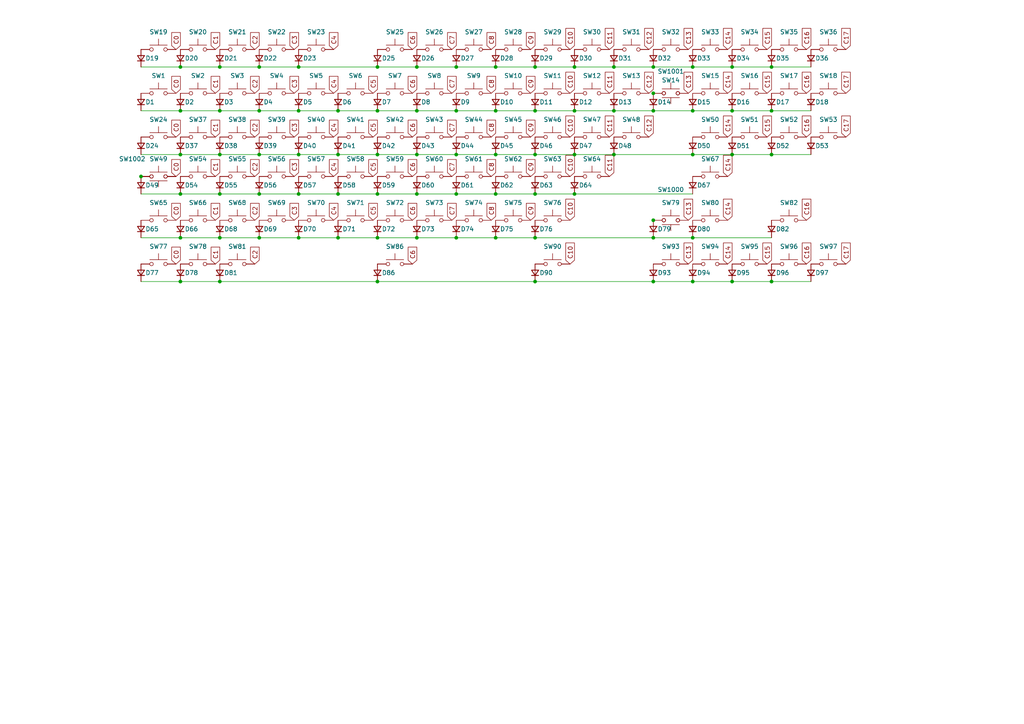
<source format=kicad_sch>
(kicad_sch (version 20240812) (generator "eeschema") (generator_version "8.99")
  (paper "A4")
  (lib_symbols
    (symbol "Connector:Conn_01x04_Pin" (pin_names (offset 1.016) hide)
      (property "Reference" "J" (at 0 5.08 0))
      (property "Value" "Conn_01x04_Pin" (at 0 -7.62 0))
      (symbol "Conn_01x04_Pin_1_1"
        (pin passive line (at 5.08 2.54 180) (length 3.81) (name "Pin_1") (number "1"))
        (pin passive line (at 5.08 0 180) (length 3.81) (name "Pin_2") (number "2"))
        (pin passive line (at 5.08 -2.54 180) (length 3.81) (name "Pin_3") (number "3"))
        (pin passive line (at 5.08 -5.08 180) (length 3.81) (name "Pin_4") (number "4"))
      )
    )
    (symbol "Connector:Conn_01x05_Socket" (pin_names (offset 1.016) hide)
      (property "Reference" "J" (at 0 7.62 0))
      (property "Value" "Conn_01x05_Socket" (at 0 -7.62 0))
      (symbol "Conn_01x05_Socket_1_1"
        (pin passive line (at -5.08 5.08 0) (length 3.81) (name "Pin_1") (number "1"))
        (pin passive line (at -5.08 2.54 0) (length 3.81) (name "Pin_2") (number "2"))
        (pin passive line (at -5.08 0 0) (length 3.81) (name "Pin_3") (number "3"))
        (pin passive line (at -5.08 -2.54 0) (length 3.81) (name "Pin_4") (number "4"))
        (pin passive line (at -5.08 -5.08 0) (length 3.81) (name "Pin_5") (number "5"))
      )
    )
    (symbol "Device:C_Small" (pin_numbers hide) (pin_names (offset 0.254) hide)
      (property "Reference" "C" (at 0.254 1.778 0))
      (property "Value" "C_Small" (at 0.254 -2.032 0))
      (symbol "C_Small_1_1"
        (pin passive line (at 0 2.54 270) (length 2.032) (name "~") (number "1"))
        (pin passive line (at 0 -2.54 90) (length 2.032) (name "~") (number "2"))
      )
    )
    (symbol "Device:D_Small" (pin_numbers hide) (pin_names (offset 0.254) hide)
      (property "Reference" "D" (at -1.27 2.032 0))
      (property "Value" "D_Small" (at -3.81 -2.032 0))
      (symbol "D_Small_1_1"
        (pin passive line (at -2.54 0 0) (length 1.778) (name "K") (number "1"))
        (pin passive line (at 2.54 0 180) (length 1.778) (name "A") (number "2"))
      )
    )
    (symbol "Device:R_Small" (pin_numbers hide) (pin_names (offset 0.254) hide)
      (property "Reference" "R" (at 0.762 0.508 0))
      (property "Value" "R_Small" (at 0.762 -1.016 0))
      (symbol "R_Small_1_1"
        (pin passive line (at 0 2.54 270) (length 0.762) (name "~") (number "1"))
        (pin passive line (at 0 -2.54 90) (length 0.762) (name "~") (number "2"))
      )
    )
    (symbol "LED:WS2812B-2020" (pin_names (offset 0.254))
      (property "Reference" "D" (at 5.08 5.715 0))
      (property "Value" "WS2812B-2020" (at 1.27 -5.715 0))
      (symbol "WS2812B-2020_0_0"
        (text "RGB" (at 2.286 -4.191 0) (effects (font (size 0.762 0.762))))
      )
      (symbol "WS2812B-2020_1_1"
        (pin input line (at -7.62 0 0) (length 2.54) (name "DIN") (number "3"))
        (pin power_in line (at 0 7.62 270) (length 2.54) (name "VDD") (number "4"))
        (pin power_in line (at 0 -7.62 90) (length 2.54) (name "VSS") (number "2"))
        (pin output line (at 7.62 0 180) (length 2.54) (name "DOUT") (number "1"))
      )
    )
    (symbol "Power_Protection:USBLC6-2SC6" (pin_names hide)
      (property "Reference" "U" (at 0.635 5.715 0))
      (property "Value" "USBLC6-2SC6" (at 0.635 3.81 0))
      (symbol "USBLC6-2SC6_1_1"
        (pin passive line (at -5.08 0 0) (length 2.54) (name "I/O1") (number "1"))
        (pin passive line (at -5.08 -2.54 0) (length 2.54) (name "I/O2") (number "3"))
        (pin passive line (at 0 5.08 270) (length 2.54) (name "VBUS") (number "5"))
        (pin passive line (at 0 -7.62 90) (length 2.54) (name "GND") (number "2"))
        (pin passive line (at 5.08 0 180) (length 2.54) (name "I/O1") (number "6"))
        (pin passive line (at 5.08 -2.54 180) (length 2.54) (name "I/O2") (number "4"))
      )
    )
    (symbol "Regulator_Linear:AMS1117"
      (property "Reference" "U" (at -3.81 3.175 0))
      (property "Value" "AMS1117" (at 0 3.175 0))
      (symbol "AMS1117_1_1"
        (pin power_in line (at -7.62 0 0) (length 2.54) (name "VI") (number "3"))
        (pin input line (at 0 -7.62 90) (length 2.54) (name "ADJ") (number "1"))
        (pin power_out line (at 7.62 0 180) (length 2.54) (name "VO") (number "2"))
      )
    )
    (symbol "Switch:SW_Push" (pin_numbers hide) (pin_names (offset 1.016) hide)
      (property "Reference" "SW" (at 1.27 2.54 0))
      (property "Value" "SW_Push" (at 0 -1.524 0))
      (symbol "SW_Push_0_1"
        (pin passive line (at -5.08 0 0) (length 2.54) (name "1") (number "1"))
        (pin passive line (at 5.08 0 180) (length 2.54) (name "2") (number "2"))
      )
    )
    (symbol "power:+3.3V" (power) (pin_numbers hide) (pin_names (offset 0) hide)
      (property "Value" "+3.3V" (at 0 3.556 0))
      (symbol "+3.3V_1_1"
        (pin power_in line (at 0 0 90) (length 0) (name "~") (number "1"))
      )
    )
    (symbol "power:+5V" (power) (pin_numbers hide) (pin_names (offset 0) hide)
      (property "Value" "+5V" (at 0 3.556 0))
      (symbol "+5V_1_1"
        (pin power_in line (at 0 0 90) (length 0) (name "~") (number "1"))
      )
    )
    (symbol "power:GND" (power) (pin_numbers hide) (pin_names (offset 0) hide)
      (property "Value" "GND" (at 0 -3.81 0))
      (symbol "GND_1_1"
        (pin power_in line (at 0 0 270) (length 0) (name "~") (number "1"))
      )
    )
    (symbol "stm32f072:STM32F072-LQFP48-acheronSymbols" (pin_names (offset 1.016))
      (property "Reference" "U1" (at -1.905 3.175 0))
      (property "Value" "STM32F072-LQFP48" (at -15.24 -1.27 0))
      (symbol "STM32F072-LQFP48-acheronSymbols_1_1"
        (pin power_in line (at -43.18 35.56 0) (length 2.54) (name "VBAT") (number "1"))
        (pin bidirectional line (at -43.18 29.21 0) (length 2.54) (name "PC13") (number "2"))
        (pin bidirectional line (at -43.18 22.86 0) (length 2.54) (name "PC14/OSC32_IN") (number "3"))
        (pin bidirectional line (at -43.18 16.51 0) (length 2.54) (name "PC15/OSC32_OUT") (number "4"))
        (pin bidirectional line (at -43.18 10.16 0) (length 2.54) (name "PF0/OSC_IN") (number "5"))
        (pin bidirectional line (at -43.18 3.81 0) (length 2.54) (name "PF1/OSC_OUT") (number "6"))
        (pin input line (at -43.18 -2.54 0) (length 2.54) (name "NRST") (number "7"))
        (pin power_in line (at -43.18 -8.89 0) (length 2.54) (name "VSSA") (number "8"))
        (pin power_in line (at -43.18 -15.24 0) (length 2.54) (name "VDDA") (number "9"))
        (pin bidirectional line (at -43.18 -21.59 0) (length 2.54) (name "PA0/ADC_IN0") (number "10"))
        (pin bidirectional line (at -43.18 -27.94 0) (length 2.54) (name "PA1/ADC_IN1") (number "11"))
        (pin bidirectional line (at -43.18 -34.29 0) (length 2.54) (name "PA2/ADC_IN2") (number "12"))
        (pin input line (at -34.29 44.45 270) (length 2.54) (name "VDD") (number "48"))
        (pin bidirectional line (at -34.29 -43.18 90) (length 2.54) (name "PA3/TIM15_CH2/ADC_IN3") (number "13"))
        (pin input line (at -27.94 44.45 270) (length 2.54) (name "VSS") (number "47"))
        (pin bidirectional line (at -27.94 -43.18 90) (length 2.54) (name "PA4/TIM14_CH1/ADC_IN4") (number "14"))
        (pin input line (at -21.59 44.45 270) (length 2.54) (name "SPI2_NSS/I2S2_WS/I2C1_SDA/TIM17_CH1/PB9") (number "46"))
        (pin bidirectional line (at -21.59 -43.18 90) (length 2.54) (name "PA5/ADC_IN5/DAC_OUT2") (number "15"))
        (pin bidirectional line (at -15.24 44.45 270) (length 2.54) (name "I2C1_SCL/TIM16_CH1/PB8") (number "45"))
        (pin bidirectional line (at -15.24 -43.18 90) (length 2.54) (name "PA6/ADC_IN6/TIM3_CH1/TIM16_CH1") (number "16"))
        (pin output line (at -8.89 44.45 270) (length 2.54) (name "BOOT0") (number "44"))
        (pin bidirectional line (at -8.89 -43.18 90) (length 2.54) (name "PA7/TIM3_CH2/TIM14_CH1/ADC_IN7") (number "17"))
        (pin bidirectional line (at -2.54 44.45 270) (length 2.54) (name "2C1_SDA/PB7") (number "43"))
        (pin bidirectional line (at -2.54 -43.18 90) (length 2.54) (name "PB0/TIM3_CH3/ADC_IN8") (number "18"))
        (pin bidirectional line (at 3.81 44.45 270) (length 2.54) (name "I2C1_SCL/PB6") (number "42"))
        (pin bidirectional line (at 3.81 -43.18 90) (length 2.54) (name "PB1/TIM3_CH4/TIM14_CH1/ADC_IN9") (number "19"))
        (pin bidirectional line (at 10.16 44.45 270) (length 2.54) (name "SPI1_MOSI/I2S1_SD/TIM3_CH2/PB5") (number "41"))
        (pin bidirectional line (at 10.16 -43.18 90) (length 2.54) (name "PB2") (number "20"))
        (pin bidirectional line (at 16.51 44.45 270) (length 2.54) (name "SPI1_MISO/I2S1_MCK/TIM3_CH1/PB4") (number "40"))
        (pin bidirectional line (at 16.51 -43.18 90) (length 2.54) (name "PB10/SPI2_SCK/I2C2_SCL/TIM2_CH3") (number "21"))
        (pin bidirectional line (at 22.86 44.45 270) (length 2.54) (name "SPI1_SCK/I2S1_CK/TIM2_CH2/PB3") (number "39"))
        (pin bidirectional line (at 22.86 -43.18 90) (length 2.54) (name "PB11/TIM2_CH4/I2C2_SDA") (number "22"))
        (pin bidirectional line (at 29.21 44.45 270) (length 2.54) (name "PA2") (number "38"))
        (pin power_in line (at 29.21 -43.18 90) (length 2.54) (name "VSS") (number "23"))
        (pin bidirectional line (at 35.56 44.45 270) (length 2.54) (name "SWCLK/PA14") (number "37"))
        (pin power_in line (at 35.56 -43.18 90) (length 2.54) (name "VDD") (number "24"))
        (pin power_in line (at 44.45 34.29 180) (length 2.54) (name "VDDIO2") (number "36"))
        (pin power_in line (at 44.45 27.94 180) (length 2.54) (name "VSS") (number "35"))
        (pin bidirectional line (at 44.45 21.59 180) (length 2.54) (name "SWDIO/PA13") (number "34"))
        (pin bidirectional line (at 44.45 15.24 180) (length 2.54) (name "USB_DP/PA12") (number "33"))
        (pin bidirectional line (at 44.45 8.89 180) (length 2.54) (name "USB_DM/TIM1_CH4/PA11") (number "32"))
        (pin bidirectional line (at 44.45 2.54 180) (length 2.54) (name "TIM1_CH3/PA10") (number "31"))
        (pin bidirectional line (at 44.45 -3.81 180) (length 2.54) (name "TIM1_CH2/PA9") (number "30"))
        (pin bidirectional line (at 44.45 -10.16 180) (length 2.54) (name "TIM1_CH1/PA8") (number "29"))
        (pin bidirectional line (at 44.45 -16.51 180) (length 2.54) (name "SPI2_MOSI/I2S2_SD/PB15") (number "28"))
        (pin bidirectional line (at 44.45 -22.86 180) (length 2.54) (name "PB14/SPI2_MISO/I2S2_MCK/I2C2_SDA/TIM15_CH1/PB15") (number "27"))
        (pin bidirectional line (at 44.45 -29.21 180) (length 2.54) (name "SPI2_SCK/I2S2_CK/I2C2_SCL/PB13") (number "26"))
        (pin bidirectional line (at 44.45 -35.56 180) (length 2.54) (name "PB12") (number "25"))
      )
    )
  )
  (junction (at 52.324 56.261))
  (junction (at 109.474 44.831))
  (junction (at 189.484 68.961))
  (junction (at -186.69 118.11))
  (junction (at 155.194 19.431))
  (junction (at 109.474 19.431))
  (junction (at 143.764 68.961))
  (junction (at -135.382 68.453))
  (junction (at 212.344 19.431))
  (junction (at 132.334 68.961))
  (junction (at 143.764 56.261))
  (junction (at 155.194 56.261))
  (junction (at 75.184 44.831))
  (junction (at -171.45 102.87))
  (junction (at 63.754 44.831))
  (junction (at 155.194 68.961))
  (junction (at 120.904 44.831))
  (junction (at -113.538 2.413))
  (junction (at -186.69 102.87))
  (junction (at -131.064 63.373))
  (junction (at -140.97 102.87))
  (junction (at 98.044 56.261))
  (junction (at -113.538 6.731))
  (junction (at 200.914 32.131))
  (junction (at 75.184 32.131))
  (junction (at 120.904 68.961))
  (junction (at 166.624 32.131))
  (junction (at 178.054 19.431))
  (junction (at 86.614 32.131))
  (junction (at 63.754 68.961))
  (junction (at 223.774 44.831))
  (junction (at 189.484 81.661))
  (junction (at 98.044 44.831))
  (junction (at 109.474 32.131))
  (junction (at 109.474 81.661))
  (junction (at 132.334 44.831))
  (junction (at 63.754 32.131))
  (junction (at 212.344 81.661))
  (junction (at -118.618 2.413))
  (junction (at 155.194 44.831))
  (junction (at 63.754 19.431))
  (junction (at 200.914 44.831))
  (junction (at 132.334 56.261))
  (junction (at -156.21 118.11))
  (junction (at 40.894 51.181))
  (junction (at 52.324 32.131))
  (junction (at 166.624 19.431))
  (junction (at 223.774 19.431))
  (junction (at 86.614 44.831))
  (junction (at 143.764 19.431))
  (junction (at 132.334 19.431))
  (junction (at 63.754 81.661))
  (junction (at 200.914 68.961))
  (junction (at 86.614 56.261))
  (junction (at -50.292 99.949))
  (junction (at 52.324 44.831))
  (junction (at 98.044 68.961))
  (junction (at 178.054 32.131))
  (junction (at 155.194 32.131))
  (junction (at -128.27 18.415))
  (junction (at 212.344 44.831))
  (junction (at -37.846 25.527))
  (junction (at 223.774 32.131))
  (junction (at -33.528 20.447))
  (junction (at 120.904 56.261))
  (junction (at 189.484 32.131))
  (junction (at -139.7 -2.159))
  (junction (at -50.292 104.267))
  (junction (at -33.528 25.527))
  (junction (at -55.372 99.949))
  (junction (at -55.372 104.267))
  (junction (at -118.618 6.731))
  (junction (at 86.614 68.961))
  (junction (at 189.484 27.051))
  (junction (at -136.906 -2.159))
  (junction (at 86.614 19.431))
  (junction (at 75.184 68.961))
  (junction (at 166.624 44.831))
  (junction (at -156.21 102.87))
  (junction (at -131.064 68.453))
  (junction (at 52.324 68.961))
  (junction (at 200.914 81.661))
  (junction (at 200.914 19.431))
  (junction (at 98.044 32.131))
  (junction (at 143.764 44.831))
  (junction (at 223.774 81.661))
  (junction (at 132.334 32.131))
  (junction (at 189.484 19.431))
  (junction (at 212.344 32.131))
  (junction (at 52.324 81.661))
  (junction (at 63.754 56.261))
  (junction (at 120.904 19.431))
  (junction (at -37.846 20.447))
  (junction (at 75.184 19.431))
  (junction (at 166.624 56.261))
  (junction (at 109.474 68.961))
  (junction (at 120.904 32.131))
  (junction (at 189.484 63.881))
  (junction (at 75.184 56.261))
  (junction (at 52.324 19.431))
  (junction (at 143.764 32.131))
  (junction (at 109.474 56.261))
  (junction (at -171.45 118.11))
  (junction (at -140.97 118.11))
  (junction (at -135.382 63.373))
  (junction (at 178.054 44.831))
  (junction (at 155.194 81.661))
  (no_connect (at -128.27 43.815))
  (no_connect (at -128.27 50.165))
  (wire (pts (xy 166.624 44.831) (xy 178.054 44.831)))
  (wire (pts (xy 223.774 81.661) (xy 235.204 81.661)))
  (wire (pts (xy -209.55 68.326) (xy -209.55 65.151)))
  (wire (pts (xy 40.894 68.961) (xy 52.324 68.961)))
  (wire (pts (xy 189.484 68.961) (xy 200.914 68.961)))
  (wire (pts (xy 200.914 68.961) (xy 223.774 68.961)))
  (wire (pts (xy 155.194 44.831) (xy 166.624 44.831)))
  (wire (pts (xy 200.914 44.831) (xy 212.344 44.831)))
  (wire (pts (xy 63.754 19.431) (xy 75.184 19.431)))
  (wire (pts (xy 52.324 56.261) (xy 63.754 56.261)))
  (wire (pts (xy -149.86 -2.159) (xy -149.86 -5.969)))
  (wire (pts (xy 223.774 44.831) (xy 235.204 44.831)))
  (wire (pts (xy 109.474 44.831) (xy 120.904 44.831)))
  (wire (pts (xy 63.754 68.961) (xy 75.184 68.961)))
  (wire (pts (xy -128.27 68.453) (xy -131.064 68.453)))
  (wire (pts (xy -131.064 68.453) (xy -135.382 68.453)))
  (wire (pts (xy -207.01 67.691) (xy -204.47 67.691)))
  (wire (pts (xy 86.614 19.431) (xy 109.474 19.431)))
  (wire (pts (xy 109.474 19.431) (xy 120.904 19.431)))
  (wire (pts (xy 143.764 44.831) (xy 155.194 44.831)))
  (wire (pts (xy 189.484 81.661) (xy 200.914 81.661)))
  (wire (pts (xy 155.194 68.961) (xy 189.484 68.961)))
  (wire (pts (xy -136.906 -7.493) (xy -139.7 -7.493)))
  (wire (pts (xy -55.372 97.155) (xy -55.88 97.155)))
  (wire (pts (xy -186.69 118.11) (xy -171.45 118.11)))
  (wire (pts (xy -113.538 9.525) (xy -113.03 9.525)))
  (wire (pts (xy -55.372 104.267) (xy -55.372 99.949)))
  (wire (pts (xy 86.614 32.131) (xy 98.044 32.131)))
  (wire (pts (xy 200.914 32.131) (xy 212.344 32.131)))
  (wire (pts (xy -128.27 63.373) (xy -128.27 62.865)))
  (wire (pts (xy 75.184 68.961) (xy 86.614 68.961)))
  (wire (pts (xy -55.372 99.949) (xy -55.372 97.155)))
  (wire (pts (xy 155.194 32.131) (xy 166.624 32.131)))
  (wire (pts (xy -171.45 102.87) (xy -156.21 102.87)))
  (wire (pts (xy -118.618 6.731) (xy -118.618 2.413)))
  (wire (pts (xy 189.484 19.431) (xy 200.914 19.431)))
  (wire (pts (xy 212.344 44.831) (xy 223.774 44.831)))
  (wire (pts (xy 109.474 81.661) (xy 155.194 81.661)))
  (wire (pts (xy 132.334 32.131) (xy 143.764 32.131)))
  (wire (pts (xy 120.904 32.131) (xy 132.334 32.131)))
  (wire (pts (xy 75.184 32.131) (xy 86.614 32.131)))
  (wire (pts (xy 52.324 68.961) (xy 63.754 68.961)))
  (wire (pts (xy 212.344 19.431) (xy 223.774 19.431)))
  (wire (pts (xy 75.184 19.431) (xy 86.614 19.431)))
  (wire (pts (xy -216.535 65.786) (xy -207.01 65.786)))
  (wire (pts (xy -136.906 -2.159) (xy -136.906 -2.413)))
  (wire (pts (xy -119.38 9.525) (xy -118.618 9.525)))
  (wire (pts (xy -207.01 65.786) (xy -207.01 67.691)))
  (wire (pts (xy 52.324 44.831) (xy 63.754 44.831)))
  (wire (pts (xy -50.292 97.155) (xy -50.292 99.949)))
  (wire (pts (xy 86.614 68.961) (xy 98.044 68.961)))
  (wire (pts (xy 166.624 56.261) (xy 200.914 56.261)))
  (wire (pts (xy -139.7 -5.969) (xy -139.7 -2.159)))
  (wire (pts (xy -201.93 102.87) (xy -186.69 102.87)))
  (wire (pts (xy 63.754 81.661) (xy 109.474 81.661)))
  (wire (pts (xy -156.21 118.11) (xy -140.97 118.11)))
  (wire (pts (xy -201.93 118.11) (xy -186.69 118.11)))
  (wire (pts (xy 40.894 81.661) (xy 52.324 81.661)))
  (wire (pts (xy 155.194 81.661) (xy 189.484 81.661)))
  (wire (pts (xy -33.528 25.527) (xy -37.846 25.527)))
  (wire (pts (xy 223.774 19.431) (xy 235.204 19.431)))
  (wire (pts (xy 223.774 32.131) (xy 235.204 32.131)))
  (wire (pts (xy -140.97 118.11) (xy -125.73 118.11)))
  (wire (pts (xy 189.484 32.131) (xy 200.914 32.131)))
  (wire (pts (xy 120.904 19.431) (xy 132.334 19.431)))
  (wire (pts (xy 63.754 56.261) (xy 75.184 56.261)))
  (wire (pts (xy 132.334 68.961) (xy 143.764 68.961)))
  (wire (pts (xy -118.618 9.525) (xy -118.618 6.731)))
  (wire (pts (xy 178.054 32.131) (xy 189.484 32.131)))
  (wire (pts (xy 98.044 68.961) (xy 109.474 68.961)))
  (wire (pts (xy 40.894 56.261) (xy 52.324 56.261)))
  (wire (pts (xy 86.614 56.261) (xy 98.044 56.261)))
  (wire (pts (xy 155.194 19.431) (xy 166.624 19.431)))
  (wire (pts (xy 132.334 56.261) (xy 143.764 56.261)))
  (wire (pts (xy -37.846 20.447) (xy -33.528 20.447)))
  (wire (pts (xy 86.614 44.831) (xy 98.044 44.831)))
  (wire (pts (xy 178.054 19.431) (xy 189.484 19.431)))
  (wire (pts (xy 120.904 44.831) (xy 132.334 44.831)))
  (wire (pts (xy -135.382 63.373) (xy -131.064 63.373)))
  (wire (pts (xy -40.64 20.447) (xy -37.846 20.447)))
  (wire (pts (xy -49.53 97.155) (xy -50.292 97.155)))
  (wire (pts (xy -209.55 65.151) (xy -204.47 65.151)))
  (wire (pts (xy 52.324 32.131) (xy 63.754 32.131)))
  (wire (pts (xy 178.054 44.831) (xy 200.914 44.831)))
  (wire (pts (xy -156.21 102.87) (xy -140.97 102.87)))
  (wire (pts (xy 75.184 44.831) (xy 86.614 44.831)))
  (wire (pts (xy -139.7 -2.159) (xy -136.906 -2.159)))
  (wire (pts (xy -147.32 -2.159) (xy -149.86 -2.159)))
  (wire (pts (xy 200.914 81.661) (xy 212.344 81.661)))
  (wire (pts (xy -113.538 6.731) (xy -113.538 9.525)))
  (wire (pts (xy 52.324 81.661) (xy 63.754 81.661)))
  (wire (pts (xy -186.69 102.87) (xy -171.45 102.87)))
  (wire (pts (xy -142.24 -2.159) (xy -139.7 -2.159)))
  (wire (pts (xy 52.324 19.431) (xy 63.754 19.431)))
  (wire (pts (xy 120.904 56.261) (xy 132.334 56.261)))
  (wire (pts (xy -216.535 68.326) (xy -209.55 68.326)))
  (wire (pts (xy 98.044 56.261) (xy 109.474 56.261)))
  (wire (pts (xy 212.344 32.131) (xy 223.774 32.131)))
  (wire (pts (xy -113.538 2.413) (xy -113.538 6.731)))
  (wire (pts (xy 132.334 44.831) (xy 143.764 44.831)))
  (wire (pts (xy 109.474 68.961) (xy 120.904 68.961)))
  (wire (pts (xy 120.904 68.961) (xy 132.334 68.961)))
  (wire (pts (xy 98.044 32.131) (xy 109.474 32.131)))
  (wire (pts (xy -50.292 99.949) (xy -50.292 104.267)))
  (wire (pts (xy 40.894 19.431) (xy 52.324 19.431)))
  (wire (pts (xy 40.894 32.131) (xy 52.324 32.131)))
  (wire (pts (xy 63.754 44.831) (xy 75.184 44.831)))
  (wire (pts (xy 109.474 56.261) (xy 120.904 56.261)))
  (wire (pts (xy 143.764 32.131) (xy 155.194 32.131)))
  (wire (pts (xy 143.764 19.431) (xy 155.194 19.431)))
  (wire (pts (xy 200.914 19.431) (xy 212.344 19.431)))
  (wire (pts (xy 166.624 19.431) (xy 178.054 19.431)))
  (wire (pts (xy 40.894 44.831) (xy 52.324 44.831)))
  (wire (pts (xy -128.27 69.215) (xy -128.27 68.453)))
  (wire (pts (xy 109.474 32.131) (xy 120.904 32.131)))
  (wire (pts (xy -37.846 25.527) (xy -40.64 25.527)))
  (wire (pts (xy -40.64 25.527) (xy -40.64 26.035)))
  (wire (pts (xy -140.97 102.87) (xy -125.73 102.87)))
  (wire (pts (xy 75.184 56.261) (xy 86.614 56.261)))
  (wire (pts (xy 143.764 56.261) (xy 155.194 56.261)))
  (wire (pts (xy 212.344 81.661) (xy 223.774 81.661)))
  (wire (pts (xy 166.624 32.131) (xy 178.054 32.131)))
  (wire (pts (xy 98.044 44.831) (xy 109.474 44.831)))
  (wire (pts (xy 132.334 19.431) (xy 143.764 19.431)))
  (wire (pts (xy 63.754 32.131) (xy 75.184 32.131)))
  (wire (pts (xy -40.64 19.685) (xy -40.64 20.447)))
  (wire (pts (xy -171.45 118.11) (xy -156.21 118.11)))
  (wire (pts (xy -131.064 63.373) (xy -128.27 63.373)))
  (wire (pts (xy 155.194 56.261) (xy 166.624 56.261)))
  (wire (pts (xy 143.764 68.961) (xy 155.194 68.961)))
  (global_label "C16" (shape input) (at 233.934 39.751 90) (property "Intersheetrefs" "${INTERSHEET_REFS}" (effects (hide yes))))
  (global_label "C0" (shape input) (at 51.054 14.351 90) (property "Intersheetrefs" "${INTERSHEET_REFS}" (effects (hide yes))))
  (global_label "C11" (shape input) (at 176.784 14.351 90) (property "Intersheetrefs" "${INTERSHEET_REFS}" (effects (hide yes))))
  (global_label "C9" (shape input) (at 153.924 14.351 90) (property "Intersheetrefs" "${INTERSHEET_REFS}" (effects (hide yes))))
  (global_label "RGB" (shape input) (at -128.27 37.465 180) (property "Intersheetrefs" "${INTERSHEET_REFS}" (effects (hide yes))))
  (global_label "C6" (shape input) (at 119.634 76.581 90) (property "Intersheetrefs" "${INTERSHEET_REFS}" (effects (hide yes))))
  (global_label "boot" (shape input) (at -93.98 9.525 90) (property "Intersheetrefs" "${INTERSHEET_REFS}" (effects (hide yes))))
  (global_label "C8" (shape input) (at 142.494 14.351 90) (property "Intersheetrefs" "${INTERSHEET_REFS}" (effects (hide yes))))
  (global_label "C14" (shape input) (at -87.63 97.155 270) (property "Intersheetrefs" "${INTERSHEET_REFS}" (effects (hide yes))))
  (global_label "C6" (shape input) (at 119.634 39.751 90) (property "Intersheetrefs" "${INTERSHEET_REFS}" (effects (hide yes))))
  (global_label "C5" (shape input) (at 108.204 51.181 90) (property "Intersheetrefs" "${INTERSHEET_REFS}" (effects (hide yes))))
  (global_label "C16" (shape input) (at 233.934 63.881 90) (property "Intersheetrefs" "${INTERSHEET_REFS}" (effects (hide yes))))
  (global_label "DIO" (shape input) (at -83.312 66.929 270) (property "Intersheetrefs" "${INTERSHEET_REFS}" (effects (hide yes))))
  (global_label "C10" (shape input) (at 165.354 63.881 90) (property "Intersheetrefs" "${INTERSHEET_REFS}" (effects (hide yes))))
  (global_label "C3" (shape input) (at 85.344 63.881 90) (property "Intersheetrefs" "${INTERSHEET_REFS}" (effects (hide yes))))
  (global_label "C7" (shape input) (at -62.23 97.155 270) (property "Intersheetrefs" "${INTERSHEET_REFS}" (effects (hide yes))))
  (global_label "C10" (shape input) (at 165.354 14.351 90) (property "Intersheetrefs" "${INTERSHEET_REFS}" (effects (hide yes))))
  (global_label "C14" (shape input) (at 211.074 39.751 90) (property "Intersheetrefs" "${INTERSHEET_REFS}" (effects (hide yes))))
  (global_label "RST" (shape input) (at -85.852 66.929 270) (property "Intersheetrefs" "${INTERSHEET_REFS}" (effects (hide yes))))
  (global_label "C5" (shape input) (at 108.204 63.881 90) (property "Intersheetrefs" "${INTERSHEET_REFS}" (effects (hide yes))))
  (global_label "C11" (shape input) (at 176.784 39.751 90) (property "Intersheetrefs" "${INTERSHEET_REFS}" (effects (hide yes))))
  (global_label "C2" (shape input) (at 73.914 76.581 90) (property "Intersheetrefs" "${INTERSHEET_REFS}" (effects (hide yes))))
  (global_label "D+" (shape input) (at -194.31 65.151 0) (property "Intersheetrefs" "${INTERSHEET_REFS}" (effects (hide yes))))
  (global_label "C1" (shape input) (at 62.484 63.881 90) (property "Intersheetrefs" "${INTERSHEET_REFS}" (effects (hide yes))))
  (global_label "C12" (shape input) (at 188.214 39.751 90) (property "Intersheetrefs" "${INTERSHEET_REFS}" (effects (hide yes))))
  (global_label "RST" (shape input) (at -128.27 56.515 180) (property "Intersheetrefs" "${INTERSHEET_REFS}" (effects (hide yes))))
  (global_label "C14" (shape input) (at 211.074 27.051 90) (property "Intersheetrefs" "${INTERSHEET_REFS}" (effects (hide yes))))
  (global_label "C6" (shape input) (at 119.634 14.351 90) (property "Intersheetrefs" "${INTERSHEET_REFS}" (effects (hide yes))))
  (global_label "C6" (shape input) (at 119.634 51.181 90) (property "Intersheetrefs" "${INTERSHEET_REFS}" (effects (hide yes))))
  (global_label "D+" (shape input) (at -40.64 38.735 0) (property "Intersheetrefs" "${INTERSHEET_REFS}" (effects (hide yes))))
  (global_label "C0" (shape input) (at 51.054 39.751 90) (property "Intersheetrefs" "${INTERSHEET_REFS}" (effects (hide yes))))
  (global_label "C5" (shape input) (at -40.64 83.185 0) (property "Intersheetrefs" "${INTERSHEET_REFS}" (effects (hide yes))))
  (global_label "C2" (shape input) (at 73.914 63.881 90) (property "Intersheetrefs" "${INTERSHEET_REFS}" (effects (hide yes))))
  (global_label "C0" (shape input) (at 51.054 51.181 90) (property "Intersheetrefs" "${INTERSHEET_REFS}" (effects (hide yes))))
  (global_label "C9" (shape input) (at 153.924 39.751 90) (property "Intersheetrefs" "${INTERSHEET_REFS}" (effects (hide yes))))
  (global_label "C10" (shape input) (at 165.354 27.051 90) (property "Intersheetrefs" "${INTERSHEET_REFS}" (effects (hide yes))))
  (global_label "C13" (shape input) (at 199.644 14.351 90) (property "Intersheetrefs" "${INTERSHEET_REFS}" (effects (hide yes))))
  (global_label "C4" (shape input) (at -40.64 76.835 0) (property "Intersheetrefs" "${INTERSHEET_REFS}" (effects (hide yes))))
  (global_label "C4" (shape input) (at 96.774 39.751 90) (property "Intersheetrefs" "${INTERSHEET_REFS}" (effects (hide yes))))
  (global_label "C14" (shape input) (at 211.074 51.181 90) (property "Intersheetrefs" "${INTERSHEET_REFS}" (effects (hide yes))))
  (global_label "C10" (shape input) (at -81.28 97.155 270) (property "Intersheetrefs" "${INTERSHEET_REFS}" (effects (hide yes))))
  (global_label "C2" (shape input) (at 73.914 39.751 90) (property "Intersheetrefs" "${INTERSHEET_REFS}" (effects (hide yes))))
  (global_label "C5" (shape input) (at 108.204 39.751 90) (property "Intersheetrefs" "${INTERSHEET_REFS}" (effects (hide yes))))
  (global_label "C3" (shape input) (at 85.344 39.751 90) (property "Intersheetrefs" "${INTERSHEET_REFS}" (effects (hide yes))))
  (global_label "C17" (shape input) (at 245.364 76.581 90) (property "Intersheetrefs" "${INTERSHEET_REFS}" (effects (hide yes))))
  (global_label "C3" (shape input) (at -40.64 70.485 0) (property "Intersheetrefs" "${INTERSHEET_REFS}" (effects (hide yes))))
  (global_label "C9" (shape input) (at 153.924 63.881 90) (property "Intersheetrefs" "${INTERSHEET_REFS}" (effects (hide yes))))
  (global_label "C4" (shape input) (at 96.774 51.181 90) (property "Intersheetrefs" "${INTERSHEET_REFS}" (effects (hide yes))))
  (global_label "C7" (shape input) (at 131.064 39.751 90) (property "Intersheetrefs" "${INTERSHEET_REFS}" (effects (hide yes))))
  (global_label "C17" (shape input) (at 245.364 39.751 90) (property "Intersheetrefs" "${INTERSHEET_REFS}" (effects (hide yes))))
  (global_label "C11" (shape input) (at -55.88 9.525 90) (property "Intersheetrefs" "${INTERSHEET_REFS}" (effects (hide yes))))
  (global_label "C10" (shape input) (at 165.354 76.581 90) (property "Intersheetrefs" "${INTERSHEET_REFS}" (effects (hide yes))))
  (global_label "C12" (shape input) (at 188.214 14.351 90) (property "Intersheetrefs" "${INTERSHEET_REFS}" (effects (hide yes))))
  (global_label "C14" (shape input) (at 211.074 14.351 90) (property "Intersheetrefs" "${INTERSHEET_REFS}" (effects (hide yes))))
  (global_label "C4" (shape input) (at 96.774 27.051 90) (property "Intersheetrefs" "${INTERSHEET_REFS}" (effects (hide yes))))
  (global_label "C8" (shape input) (at 142.494 39.751 90) (property "Intersheetrefs" "${INTERSHEET_REFS}" (effects (hide yes))))
  (global_label "C4" (shape input) (at 96.774 14.351 90) (property "Intersheetrefs" "${INTERSHEET_REFS}" (effects (hide yes))))
  (global_label "C13" (shape input) (at 199.644 76.581 90) (property "Intersheetrefs" "${INTERSHEET_REFS}" (effects (hide yes))))
  (global_label "C8" (shape input) (at 142.494 27.051 90) (property "Intersheetrefs" "${INTERSHEET_REFS}" (effects (hide yes))))
  (global_label "C3" (shape input) (at 85.344 14.351 90) (property "Intersheetrefs" "${INTERSHEET_REFS}" (effects (hide yes))))
  (global_label "C0" (shape input) (at 51.054 63.881 90) (property "Intersheetrefs" "${INTERSHEET_REFS}" (effects (hide yes))))
  (global_label "C7" (shape input) (at 131.064 27.051 90) (property "Intersheetrefs" "${INTERSHEET_REFS}" (effects (hide yes))))
  (global_label "C15" (shape input) (at -74.93 9.525 90) (property "Intersheetrefs" "${INTERSHEET_REFS}" (effects (hide yes))))
  (global_label "C16" (shape input) (at 233.934 27.051 90) (property "Intersheetrefs" "${INTERSHEET_REFS}" (effects (hide yes))))
  (global_label "C1" (shape input) (at 62.484 39.751 90) (property "Intersheetrefs" "${INTERSHEET_REFS}" (effects (hide yes))))
  (global_label "C11" (shape input) (at 176.784 27.051 90) (property "Intersheetrefs" "${INTERSHEET_REFS}" (effects (hide yes))))
  (global_label "C15" (shape input) (at 222.504 27.051 90) (property "Intersheetrefs" "${INTERSHEET_REFS}" (effects (hide yes))))
  (global_label "C10" (shape input) (at 165.354 39.751 90) (property "Intersheetrefs" "${INTERSHEET_REFS}" (effects (hide yes))))
  (global_label "C13" (shape input) (at 199.644 27.051 90) (property "Intersheetrefs" "${INTERSHEET_REFS}" (effects (hide yes))))
  (global_label "C16" (shape input) (at 233.934 14.351 90) (property "Intersheetrefs" "${INTERSHEET_REFS}" (effects (hide yes))))
  (global_label "C9" (shape input) (at 153.924 51.181 90) (property "Intersheetrefs" "${INTERSHEET_REFS}" (effects (hide yes))))
  (global_label "C9" (shape input) (at -74.93 97.155 270) (property "Intersheetrefs" "${INTERSHEET_REFS}" (effects (hide yes))))
  (global_label "C11" (shape input) (at 176.784 51.181 90) (property "Intersheetrefs" "${INTERSHEET_REFS}" (effects (hide yes))))
  (global_label "C1" (shape input) (at 62.484 27.051 90) (property "Intersheetrefs" "${INTERSHEET_REFS}" (effects (hide yes))))
  (global_label "C12" (shape input) (at 188.214 27.051 90) (property "Intersheetrefs" "${INTERSHEET_REFS}" (effects (hide yes))))
  (global_label "C17" (shape input) (at 245.364 14.351 90) (property "Intersheetrefs" "${INTERSHEET_REFS}" (effects (hide yes))))
  (global_label "C16" (shape input) (at -128.27 24.765 180) (property "Intersheetrefs" "${INTERSHEET_REFS}" (effects (hide yes))))
  (global_label "C15" (shape input) (at 222.504 14.351 90) (property "Intersheetrefs" "${INTERSHEET_REFS}" (effects (hide yes))))
  (global_label "C3" (shape input) (at 85.344 51.181 90) (property "Intersheetrefs" "${INTERSHEET_REFS}" (effects (hide yes))))
  (global_label "DIO" (shape input) (at -40.64 32.385 0) (property "Intersheetrefs" "${INTERSHEET_REFS}" (effects (hide yes))))
  (global_label "C10" (shape input) (at 165.354 51.181 90) (property "Intersheetrefs" "${INTERSHEET_REFS}" (effects (hide yes))))
  (global_label "C6" (shape input) (at -40.64 89.535 0) (property "Intersheetrefs" "${INTERSHEET_REFS}" (effects (hide yes))))
  (global_label "D-" (shape input) (at -194.31 67.691 0) (property "Intersheetrefs" "${INTERSHEET_REFS}" (effects (hide yes))))
  (global_label "C7" (shape input) (at 131.064 63.881 90) (property "Intersheetrefs" "${INTERSHEET_REFS}" (effects (hide yes))))
  (global_label "C2" (shape input) (at 73.914 14.351 90) (property "Intersheetrefs" "${INTERSHEET_REFS}" (effects (hide yes))))
  (global_label "C2" (shape input) (at 73.914 27.051 90) (property "Intersheetrefs" "${INTERSHEET_REFS}" (effects (hide yes))))
  (global_label "C14" (shape input) (at 211.074 63.881 90) (property "Intersheetrefs" "${INTERSHEET_REFS}" (effects (hide yes))))
  (global_label "C13" (shape input) (at 199.644 63.881 90) (property "Intersheetrefs" "${INTERSHEET_REFS}" (effects (hide yes))))
  (global_label "C17" (shape input) (at -128.27 31.115 180) (property "Intersheetrefs" "${INTERSHEET_REFS}" (effects (hide yes))))
  (global_label "C4" (shape input) (at 96.774 63.881 90) (property "Intersheetrefs" "${INTERSHEET_REFS}" (effects (hide yes))))
  (global_label "C1" (shape input) (at 62.484 76.581 90) (property "Intersheetrefs" "${INTERSHEET_REFS}" (effects (hide yes))))
  (global_label "C12" (shape input) (at -62.23 9.525 90) (property "Intersheetrefs" "${INTERSHEET_REFS}" (effects (hide yes))))
  (global_label "C8" (shape input) (at 142.494 63.881 90) (property "Intersheetrefs" "${INTERSHEET_REFS}" (effects (hide yes))))
  (global_label "C1" (shape input) (at 62.484 14.351 90) (property "Intersheetrefs" "${INTERSHEET_REFS}" (effects (hide yes))))
  (global_label "C15" (shape input) (at 222.504 76.581 90) (property "Intersheetrefs" "${INTERSHEET_REFS}" (effects (hide yes))))
  (global_label "C0" (shape input) (at -40.64 51.435 0) (property "Intersheetrefs" "${INTERSHEET_REFS}" (effects (hide yes))))
  (global_label "C0" (shape input) (at 51.054 76.581 90) (property "Intersheetrefs" "${INTERSHEET_REFS}" (effects (hide yes))))
  (global_label "C6" (shape input) (at 119.634 27.051 90) (property "Intersheetrefs" "${INTERSHEET_REFS}" (effects (hide yes))))
  (global_label "C7" (shape input) (at 131.064 14.351 90) (property "Intersheetrefs" "${INTERSHEET_REFS}" (effects (hide yes))))
  (global_label "C14" (shape input) (at 211.074 76.581 90) (property "Intersheetrefs" "${INTERSHEET_REFS}" (effects (hide yes))))
  (global_label "C2" (shape input) (at -40.64 64.135 0) (property "Intersheetrefs" "${INTERSHEET_REFS}" (effects (hide yes))))
  (global_label "C6" (shape input) (at 119.634 63.881 90) (property "Intersheetrefs" "${INTERSHEET_REFS}" (effects (hide yes))))
  (global_label "boot" (shape input) (at -136.906 -7.493 90) (property "Intersheetrefs" "${INTERSHEET_REFS}" (effects (hide yes))))
  (global_label "C7" (shape input) (at 131.064 51.181 90) (property "Intersheetrefs" "${INTERSHEET_REFS}" (effects (hide yes))))
  (global_label "C1" (shape input) (at -40.64 57.785 0) (property "Intersheetrefs" "${INTERSHEET_REFS}" (effects (hide yes))))
  (global_label "C17" (shape input) (at 245.364 27.051 90) (property "Intersheetrefs" "${INTERSHEET_REFS}" (effects (hide yes))))
  (global_label "C8" (shape input) (at 142.494 51.181 90) (property "Intersheetrefs" "${INTERSHEET_REFS}" (effects (hide yes))))
  (global_label "RST" (shape input) (at -149.86 -5.969 180) (property "Intersheetrefs" "${INTERSHEET_REFS}" (effects (hide yes))))
  (global_label "RGB" (shape input) (at -209.55 110.49 180) (property "Intersheetrefs" "${INTERSHEET_REFS}" (effects (hide yes))))
  (global_label "C1" (shape input) (at 62.484 51.181 90) (property "Intersheetrefs" "${INTERSHEET_REFS}" (effects (hide yes))))
  (global_label "C15" (shape input) (at 222.504 39.751 90) (property "Intersheetrefs" "${INTERSHEET_REFS}" (effects (hide yes))))
  (global_label "CLK" (shape input) (at -80.772 66.929 270) (property "Intersheetrefs" "${INTERSHEET_REFS}" (effects (hide yes))))
  (global_label "C0" (shape input) (at 51.054 27.051 90) (property "Intersheetrefs" "${INTERSHEET_REFS}" (effects (hide yes))))
  (global_label "C16" (shape input) (at 233.934 76.581 90) (property "Intersheetrefs" "${INTERSHEET_REFS}" (effects (hide yes))))
  (global_label "CLK" (shape input) (at -49.53 9.525 90) (property "Intersheetrefs" "${INTERSHEET_REFS}" (effects (hide yes))))
  (global_label "C2" (shape input) (at 73.914 51.181 90) (property "Intersheetrefs" "${INTERSHEET_REFS}" (effects (hide yes))))
  (global_label "C9" (shape input) (at 153.924 27.051 90) (property "Intersheetrefs" "${INTERSHEET_REFS}" (effects (hide yes))))
  (global_label "C5" (shape input) (at 108.204 27.051 90) (property "Intersheetrefs" "${INTERSHEET_REFS}" (effects (hide yes))))
  (global_label "C8" (shape input) (at -68.58 97.155 270) (property "Intersheetrefs" "${INTERSHEET_REFS}" (effects (hide yes))))
  (global_label "C13" (shape input) (at -68.58 9.525 90) (property "Intersheetrefs" "${INTERSHEET_REFS}" (effects (hide yes))))
  (global_label "C3" (shape input) (at 85.344 27.051 90) (property "Intersheetrefs" "${INTERSHEET_REFS}" (effects (hide yes))))
  (global_label "D-" (shape input) (at -40.64 45.085 0) (property "Intersheetrefs" "${INTERSHEET_REFS}" (effects (hide yes))))
  (symbol (lib_id "Switch:SW_Push") (at 68.834 39.751 0) (unit 1)
    (property "Reference" "SW38" (at 68.834 34.671 0))
    (property "Value" "SW_Push" (effects (hide yes)))
    (property "Footprint" "MX_cherry:MXOnly-1U_N" (effects (hide yes)))
    (property "Description" "Push button switch, generic, two pins" (effects (hide yes)))
  )
  (symbol (lib_id "Device:D_Small") (at 52.324 79.121 90) (unit 1)
    (property "Reference" "D78" (at 53.594 79.121 90) (effects (justify right)))
    (property "Value" "D_Small" (effects (hide yes)))
    (property "Footprint" "Diode_SMD:D_MiniMELF" (effects (hide yes)))
    (property "Description" "Diode, small symbol" (effects (hide yes)))
    (property "Sim.Device" "D" (effects (hide yes)))
    (property "Sim.Pins" "1=K 2=A" (effects (hide yes)))
  )
  (symbol (lib_id "Switch:SW_Push") (at 45.974 14.351 0) (unit 1)
    (property "Reference" "SW19" (at 45.974 9.271 0))
    (property "Value" "SW_Push" (effects (hide yes)))
    (property "Footprint" "MX_cherry:MXOnly-1U_N" (effects (hide yes)))
    (property "Description" "Push button switch, generic, two pins" (effects (hide yes)))
  )
  (symbol (lib_id "Device:D_Small") (at 166.624 16.891 90) (unit 1)
    (property "Reference" "D30" (at 167.894 16.891 90) (effects (justify right)))
    (property "Value" "D_Small" (effects (hide yes)))
    (property "Footprint" "Diode_SMD:D_MiniMELF" (effects (hide yes)))
    (property "Description" "Diode, small symbol" (effects (hide yes)))
    (property "Sim.Device" "D" (effects (hide yes)))
    (property "Sim.Pins" "1=K 2=A" (effects (hide yes)))
  )
  (symbol (lib_id "Switch:SW_Push") (at 80.264 14.351 0) (unit 1)
    (property "Reference" "SW22" (at 80.264 9.271 0))
    (property "Value" "SW_Push" (effects (hide yes)))
    (property "Footprint" "MX_cherry:MXOnly-1U_N" (effects (hide yes)))
    (property "Description" "Push button switch, generic, two pins" (effects (hide yes)))
  )
  (symbol (lib_id "Switch:SW_Push") (at 103.124 39.751 0) (unit 1)
    (property "Reference" "SW41" (at 103.124 34.671 0))
    (property "Value" "SW_Push" (effects (hide yes)))
    (property "Footprint" "MX_cherry:MXOnly-1U_N" (effects (hide yes)))
    (property "Description" "Push button switch, generic, two pins" (effects (hide yes)))
  )
  (symbol (lib_id "Device:D_Small") (at 132.334 42.291 90) (unit 1)
    (property "Reference" "D44" (at 133.604 42.291 90) (effects (justify right)))
    (property "Value" "D_Small" (effects (hide yes)))
    (property "Footprint" "Diode_SMD:D_MiniMELF" (effects (hide yes)))
    (property "Description" "Diode, small symbol" (effects (hide yes)))
    (property "Sim.Device" "D" (effects (hide yes)))
    (property "Sim.Pins" "1=K 2=A" (effects (hide yes)))
  )
  (symbol (lib_id "Switch:SW_Push") (at 217.424 39.751 0) (unit 1)
    (property "Reference" "SW51" (at 217.424 34.671 0))
    (property "Value" "SW_Push" (effects (hide yes)))
    (property "Footprint" "MX_cherry:MXOnly-1U_N" (effects (hide yes)))
    (property "Description" "Push button switch, generic, two pins" (effects (hide yes)))
  )
  (symbol (lib_id "Switch:SW_Push") (at 137.414 14.351 0) (unit 1)
    (property "Reference" "SW27" (at 137.414 9.271 0))
    (property "Value" "SW_Push" (effects (hide yes)))
    (property "Footprint" "MX_cherry:MXOnly-1U_N" (effects (hide yes)))
    (property "Description" "Push button switch, generic, two pins" (effects (hide yes)))
  )
  (symbol (lib_id "Device:D_Small") (at 120.904 42.291 90) (unit 1)
    (property "Reference" "D43" (at 122.174 42.291 90) (effects (justify right)))
    (property "Value" "D_Small" (effects (hide yes)))
    (property "Footprint" "Diode_SMD:D_MiniMELF" (effects (hide yes)))
    (property "Description" "Diode, small symbol" (effects (hide yes)))
    (property "Sim.Device" "D" (effects (hide yes)))
    (property "Sim.Pins" "1=K 2=A" (effects (hide yes)))
  )
  (symbol (lib_id "Switch:SW_Push") (at 171.704 14.351 0) (unit 1)
    (property "Reference" "SW30" (at 171.704 9.271 0))
    (property "Value" "SW_Push" (effects (hide yes)))
    (property "Footprint" "MX_cherry:MXOnly-1U_N" (effects (hide yes)))
    (property "Description" "Push button switch, generic, two pins" (effects (hide yes)))
  )
  (symbol (lib_id "power:GND") (at -33.528 25.527 90) (unit 1)
    (property "Reference" "#PWR02" (effects (hide yes)))
    (property "Value" "GND" (at -29.464 25.5269 90) (effects (justify right)))
    (property "Description" "Power symbol creates a global label with name \"GND\" , ground" (effects (hide yes)))
  )
  (symbol (lib_id "Switch:SW_Push") (at 103.124 63.881 0) (unit 1)
    (property "Reference" "SW71" (at 103.124 58.801 0))
    (property "Value" "SW_Push" (effects (hide yes)))
    (property "Footprint" "MX_cherry:MXOnly-1U_N" (effects (hide yes)))
    (property "Description" "Push button switch, generic, two pins" (effects (hide yes)))
  )
  (symbol (lib_id "Switch:SW_Push") (at 45.974 51.181 180) (unit 1)
    (property "Reference" "SW1002" (at 38.354 46.101 0))
    (property "Value" "SW_Push" (effects (hide yes)))
    (property "Footprint" "MX_cherry:MXOnly-1.25U_N" (effects (hide yes)))
    (property "Description" "Push button switch, generic, two pins" (effects (hide yes)))
  )
  (symbol (lib_id "Device:D_Small") (at 155.194 42.291 90) (unit 1)
    (property "Reference" "D46" (at 156.464 42.291 90) (effects (justify right)))
    (property "Value" "D_Small" (effects (hide yes)))
    (property "Footprint" "Diode_SMD:D_MiniMELF" (effects (hide yes)))
    (property "Description" "Diode, small symbol" (effects (hide yes)))
    (property "Sim.Device" "D" (effects (hide yes)))
    (property "Sim.Pins" "1=K 2=A" (effects (hide yes)))
  )
  (symbol (lib_id "Device:D_Small") (at 155.194 66.421 90) (unit 1)
    (property "Reference" "D76" (at 156.464 66.421 90) (effects (justify right)))
    (property "Value" "D_Small" (effects (hide yes)))
    (property "Footprint" "Diode_SMD:D_MiniMELF" (effects (hide yes)))
    (property "Description" "Diode, small symbol" (effects (hide yes)))
    (property "Sim.Device" "D" (effects (hide yes)))
    (property "Sim.Pins" "1=K 2=A" (effects (hide yes)))
  )
  (symbol (lib_id "Switch:SW_Push") (at 57.404 27.051 0) (unit 1)
    (property "Reference" "SW2" (at 57.404 21.971 0))
    (property "Value" "SW_Push" (effects (hide yes)))
    (property "Footprint" "MX_cherry:MXOnly-1U_N" (effects (hide yes)))
    (property "Description" "Push button switch, generic, two pins" (effects (hide yes)))
  )
  (symbol (lib_id "Device:D_Small") (at 200.914 29.591 90) (unit 1)
    (property "Reference" "D15" (at 202.184 29.591 90) (effects (justify right)))
    (property "Value" "D_Small" (effects (hide yes)))
    (property "Footprint" "Diode_SMD:D_MiniMELF" (effects (hide yes)))
    (property "Description" "Diode, small symbol" (effects (hide yes)))
    (property "Sim.Device" "D" (effects (hide yes)))
    (property "Sim.Pins" "1=K 2=A" (effects (hide yes)))
  )
  (symbol (lib_id "Device:D_Small") (at 109.474 42.291 90) (unit 1)
    (property "Reference" "D42" (at 110.744 42.291 90) (effects (justify right)))
    (property "Value" "D_Small" (effects (hide yes)))
    (property "Footprint" "Diode_SMD:D_MiniMELF" (effects (hide yes)))
    (property "Description" "Diode, small symbol" (effects (hide yes)))
    (property "Sim.Device" "D" (effects (hide yes)))
    (property "Sim.Pins" "1=K 2=A" (effects (hide yes)))
  )
  (symbol (lib_id "Switch:SW_Push") (at 240.284 27.051 0) (unit 1)
    (property "Reference" "SW18" (at 240.284 21.971 0))
    (property "Value" "SW_Push" (effects (hide yes)))
    (property "Footprint" "MX_cherry:MXOnly-1U_N" (effects (hide yes)))
    (property "Description" "Push button switch, generic, two pins" (effects (hide yes)))
  )
  (symbol (lib_id "Switch:SW_Push") (at 125.984 39.751 0) (unit 1)
    (property "Reference" "SW43" (at 125.984 34.671 0))
    (property "Value" "SW_Push" (effects (hide yes)))
    (property "Footprint" "MX_cherry:MXOnly-1U_N" (effects (hide yes)))
    (property "Description" "Push button switch, generic, two pins" (effects (hide yes)))
  )
  (symbol (lib_id "Device:D_Small") (at 40.894 66.421 90) (unit 1)
    (property "Reference" "D65" (at 42.164 66.421 90) (effects (justify right)))
    (property "Value" "D_Small" (effects (hide yes)))
    (property "Footprint" "Diode_SMD:D_MiniMELF" (effects (hide yes)))
    (property "Description" "Diode, small symbol" (effects (hide yes)))
    (property "Sim.Device" "D" (effects (hide yes)))
    (property "Sim.Pins" "1=K 2=A" (effects (hide yes)))
  )
  (symbol (lib_id "Device:D_Small") (at 98.044 29.591 90) (unit 1)
    (property "Reference" "D6" (at 99.314 29.591 90) (effects (justify right)))
    (property "Value" "D_Small" (effects (hide yes)))
    (property "Footprint" "Diode_SMD:D_MiniMELF" (effects (hide yes)))
    (property "Description" "Diode, small symbol" (effects (hide yes)))
    (property "Sim.Device" "D" (effects (hide yes)))
    (property "Sim.Pins" "1=K 2=A" (effects (hide yes)))
  )
  (symbol (lib_id "power:+5V") (at -216.535 63.246 270) (unit 1)
    (property "Reference" "#PWR017" (effects (hide yes)))
    (property "Value" "+5V" (at -212.979 63.2459 90) (effects (justify left)))
    (property "Description" "Power symbol creates a global label with name \"+5V\"" (effects (hide yes)))
  )
  (symbol (lib_id "Switch:SW_Push") (at 80.264 63.881 0) (unit 1)
    (property "Reference" "SW69" (at 80.264 58.801 0))
    (property "Value" "SW_Push" (effects (hide yes)))
    (property "Footprint" "MX_cherry:MXOnly-1U_N" (effects (hide yes)))
    (property "Description" "Push button switch, generic, two pins" (effects (hide yes)))
  )
  (symbol (lib_id "Switch:SW_Push") (at 205.994 63.881 0) (unit 1)
    (property "Reference" "SW80" (at 205.994 58.801 0))
    (property "Value" "SW_Push" (effects (hide yes)))
    (property "Footprint" "MX_cherry:MXOnly-1U_N" (effects (hide yes)))
    (property "Description" "Push button switch, generic, two pins" (effects (hide yes)))
  )
  (symbol (lib_id "Device:D_Small") (at 166.624 29.591 90) (unit 1)
    (property "Reference" "D12" (at 167.894 29.591 90) (effects (justify right)))
    (property "Value" "D_Small" (effects (hide yes)))
    (property "Footprint" "Diode_SMD:D_MiniMELF" (effects (hide yes)))
    (property "Description" "Diode, small symbol" (effects (hide yes)))
    (property "Sim.Device" "D" (effects (hide yes)))
    (property "Sim.Pins" "1=K 2=A" (effects (hide yes)))
  )
  (symbol (lib_id "power:+3.3V") (at -118.618 2.413 0) (unit 1)
    (property "Reference" "#PWR07" (effects (hide yes)))
    (property "Value" "+3.3V" (at -118.6181 -1.651 90) (effects (justify left)))
    (property "Description" "Power symbol creates a global label with name \"+3.3V\"" (effects (hide yes)))
  )
  (symbol (lib_id "Switch:SW_Push") (at 91.694 14.351 0) (unit 1)
    (property "Reference" "SW23" (at 91.694 9.271 0))
    (property "Value" "SW_Push" (effects (hide yes)))
    (property "Footprint" "MX_cherry:MXOnly-1U_N" (effects (hide yes)))
    (property "Description" "Push button switch, generic, two pins" (effects (hide yes)))
  )
  (symbol (lib_id "Device:D_Small") (at 132.334 53.721 90) (unit 1)
    (property "Reference" "D61" (at 133.604 53.721 90) (effects (justify right)))
    (property "Value" "D_Small" (effects (hide yes)))
    (property "Footprint" "Diode_SMD:D_MiniMELF" (effects (hide yes)))
    (property "Description" "Diode, small symbol" (effects (hide yes)))
    (property "Sim.Device" "D" (effects (hide yes)))
    (property "Sim.Pins" "1=K 2=A" (effects (hide yes)))
  )
  (symbol (lib_id "LED:WS2812B-2020") (at -140.97 110.49 0) (unit 1)
    (property "Reference" "D88" (effects (hide yes)))
    (property "Value" "WS2812B-2020" (effects (hide yes)))
    (property "Footprint" "LED_SMD:LED_WS2812B-2020_PLCC4_2.0x2.0mm" (effects (hide yes)))
    (property "Datasheet" "https://cdn-shop.adafruit.com/product-files/4684/4684_WS2812B-2020_V1.3_EN.pdf" (effects (hide yes)))
    (property "Description" "RGB LED with integrated controller, 2.0 x 2.0 mm, 12 mA" (effects (hide yes)))
  )
  (symbol (lib_id "LED:WS2812B-2020") (at -171.45 110.49 0) (unit 1)
    (property "Reference" "D85" (effects (hide yes)))
    (property "Value" "WS2812B-2020" (effects (hide yes)))
    (property "Footprint" "LED_SMD:LED_WS2812B-2020_PLCC4_2.0x2.0mm" (effects (hide yes)))
    (property "Datasheet" "https://cdn-shop.adafruit.com/product-files/4684/4684_WS2812B-2020_V1.3_EN.pdf" (effects (hide yes)))
    (property "Description" "RGB LED with integrated controller, 2.0 x 2.0 mm, 12 mA" (effects (hide yes)))
  )
  (symbol (lib_id "Switch:SW_Push") (at 68.834 51.181 0) (unit 1)
    (property "Reference" "SW55" (at 68.834 46.101 0))
    (property "Value" "SW_Push" (effects (hide yes)))
    (property "Footprint" "MX_cherry:MXOnly-1U_N" (effects (hide yes)))
    (property "Description" "Push button switch, generic, two pins" (effects (hide yes)))
  )
  (symbol (lib_id "Switch:SW_Push") (at 148.844 51.181 0) (unit 1)
    (property "Reference" "SW62" (at 148.844 46.101 0))
    (property "Value" "SW_Push" (effects (hide yes)))
    (property "Footprint" "MX_cherry:MXOnly-1U_N" (effects (hide yes)))
    (property "Description" "Push button switch, generic, two pins" (effects (hide yes)))
  )
  (symbol (lib_id "Switch:SW_Push") (at 148.844 63.881 0) (unit 1)
    (property "Reference" "SW75" (at 148.844 58.801 0))
    (property "Value" "SW_Push" (effects (hide yes)))
    (property "Footprint" "MX_cherry:MXOnly-1U_N" (effects (hide yes)))
    (property "Description" "Push button switch, generic, two pins" (effects (hide yes)))
  )
  (symbol (lib_id "power:GND") (at -90.932 66.929 0) (unit 1)
    (property "Reference" "#PWR021" (effects (hide yes)))
    (property "Value" "GND" (at -90.932 71.501 0))
    (property "Description" "Power symbol creates a global label with name \"GND\" , ground" (effects (hide yes)))
  )
  (symbol (lib_id "Switch:SW_Push") (at 125.984 27.051 0) (unit 1)
    (property "Reference" "SW8" (at 125.984 21.971 0))
    (property "Value" "SW_Push" (effects (hide yes)))
    (property "Footprint" "MX_cherry:MXOnly-1U_N" (effects (hide yes)))
    (property "Description" "Push button switch, generic, two pins" (effects (hide yes)))
  )
  (symbol (lib_id "Switch:SW_Push") (at 91.694 51.181 0) (unit 1)
    (property "Reference" "SW57" (at 91.694 46.101 0))
    (property "Value" "SW_Push" (effects (hide yes)))
    (property "Footprint" "MX_cherry:MXOnly-1U_N" (effects (hide yes)))
    (property "Description" "Push button switch, generic, two pins" (effects (hide yes)))
  )
  (symbol (lib_id "Device:C_Small") (at -131.064 65.913 0) (unit 1)
    (property "Reference" "C5" (effects (hide yes)))
    (property "Value" "100nF" (at -132.588 65.913 0) (effects (justify left)))
    (property "Footprint" "Capacitor_SMD:C_0805_2012Metric" (effects (hide yes)))
    (property "Description" "Unpolarized capacitor, small symbol" (effects (hide yes)))
  )
  (symbol (lib_id "Switch:SW_Push") (at 57.404 76.581 0) (unit 1)
    (property "Reference" "SW78" (at 57.404 71.501 0))
    (property "Value" "SW_Push" (effects (hide yes)))
    (property "Footprint" "MX_cherry:MXOnly-1U_N" (effects (hide yes)))
    (property "Description" "Push button switch, generic, two pins" (effects (hide yes)))
  )
  (symbol (lib_id "power:GND") (at -125.73 102.87 90) (unit 1)
    (property "Reference" "#PWR018" (effects (hide yes)))
    (property "Value" "GND" (at -120.65 102.8699 90) (effects (justify right)))
    (property "Description" "Power symbol creates a global label with name \"GND\" , ground" (effects (hide yes)))
  )
  (symbol (lib_id "power:+3.3V") (at -128.27 18.415 90) (unit 1)
    (property "Reference" "#PWR09" (effects (hide yes)))
    (property "Value" "+3.3V" (at -132.334 18.4149 90) (effects (justify left)))
    (property "Description" "Power symbol creates a global label with name \"+3.3V\"" (effects (hide yes)))
  )
  (symbol (lib_id "Device:D_Small") (at 200.914 66.421 90) (unit 1)
    (property "Reference" "D80" (at 202.184 66.421 90) (effects (justify right)))
    (property "Value" "D_Small" (effects (hide yes)))
    (property "Footprint" "Diode_SMD:D_MiniMELF" (effects (hide yes)))
    (property "Description" "Diode, small symbol" (effects (hide yes)))
    (property "Sim.Device" "D" (effects (hide yes)))
    (property "Sim.Pins" "1=K 2=A" (effects (hide yes)))
  )
  (symbol (lib_id "Power_Protection:USBLC6-2SC6") (at -199.39 65.151 0) (unit 1)
    (property "Reference" "U1" (effects (hide yes)))
    (property "Value" "USBLC6-2SC6" (effects (hide yes)))
    (property "Footprint" "Package_TO_SOT_SMD:SOT-23-6" (effects (hide yes)))
    (property "Datasheet" "https://www.st.com/resource/en/datasheet/usblc6-2.pdf" (effects (hide yes)))
    (property "Description" "Very low capacitance ESD protection diode, 2 data-line, SOT-23-6" (effects (hide yes)))
  )
  (symbol (lib_id "Device:C_Small") (at -144.78 -2.159 90) (unit 1)
    (property "Reference" "C10" (effects (hide yes)))
    (property "Value" "4.7uF" (at -144.78 0.127 0) (effects (justify left)))
    (property "Footprint" "Capacitor_SMD:C_0805_2012Metric" (effects (hide yes)))
    (property "Description" "Unpolarized capacitor, small symbol" (effects (hide yes)))
  )
  (symbol (lib_id "Device:D_Small") (at 189.484 66.421 90) (unit 1)
    (property "Reference" "D79" (at 190.754 66.421 90) (effects (justify right)))
    (property "Value" "D_Small" (effects (hide yes)))
    (property "Footprint" "Diode_SMD:D_MiniMELF" (effects (hide yes)))
    (property "Description" "Diode, small symbol" (effects (hide yes)))
    (property "Sim.Device" "D" (effects (hide yes)))
    (property "Sim.Pins" "1=K 2=A" (effects (hide yes)))
  )
  (symbol (lib_id "power:GND") (at -128.27 13.335 180) (unit 1)
    (property "Reference" "#PWR010" (effects (hide yes)))
    (property "Value" "GND" (at -128.2701 9.271 90) (effects (justify right)))
    (property "Description" "Power symbol creates a global label with name \"GND\" , ground" (effects (hide yes)))
  )
  (symbol (lib_id "stm32f072:STM32F072-LQFP48-acheronSymbols") (at -85.09 53.975 0) (unit 1)
    (property "Reference" "U6" (at -85.09 49.911 0) (effects (font (size 2.0066 2.0066) (bold yes))))
    (property "Value" "STM32F072-LQFP48" (at -85.09 53.721 0) (effects (font (size 2.0066 2.0066) (bold yes))))
    (property "Footprint" "Package_QFP:LQFP-48_7x7mm_P0.5mm" (effects (hide yes)))
  )
  (symbol (lib_id "Switch:SW_Push") (at 80.264 51.181 0) (unit 1)
    (property "Reference" "SW56" (at 80.264 46.101 0))
    (property "Value" "SW_Push" (effects (hide yes)))
    (property "Footprint" "MX_cherry:MXOnly-1U_N" (effects (hide yes)))
    (property "Description" "Push button switch, generic, two pins" (effects (hide yes)))
  )
  (symbol (lib_id "Device:D_Small") (at 75.184 42.291 90) (unit 1)
    (property "Reference" "D39" (at 76.454 42.291 90) (effects (justify right)))
    (property "Value" "D_Small" (effects (hide yes)))
    (property "Footprint" "Diode_SMD:D_MiniMELF" (effects (hide yes)))
    (property "Description" "Diode, small symbol" (effects (hide yes)))
    (property "Sim.Device" "D" (effects (hide yes)))
    (property "Sim.Pins" "1=K 2=A" (effects (hide yes)))
  )
  (symbol (lib_id "Device:D_Small") (at 212.344 16.891 90) (unit 1)
    (property "Reference" "D34" (at 213.614 16.891 90) (effects (justify right)))
    (property "Value" "D_Small" (effects (hide yes)))
    (property "Footprint" "Diode_SMD:D_MiniMELF" (effects (hide yes)))
    (property "Description" "Diode, small symbol" (effects (hide yes)))
    (property "Sim.Device" "D" (effects (hide yes)))
    (property "Sim.Pins" "1=K 2=A" (effects (hide yes)))
  )
  (symbol (lib_id "Switch:SW_Push") (at 205.994 14.351 0) (unit 1)
    (property "Reference" "SW33" (at 205.994 9.271 0))
    (property "Value" "SW_Push" (effects (hide yes)))
    (property "Footprint" "MX_cherry:MXOnly-1U_N" (effects (hide yes)))
    (property "Description" "Push button switch, generic, two pins" (effects (hide yes)))
  )
  (symbol (lib_id "power:+3.3V") (at -88.392 66.929 180) (unit 1)
    (property "Reference" "#PWR022" (effects (hide yes)))
    (property "Value" "+3.3V" (at -88.392 71.501 0))
    (property "Description" "Power symbol creates a global label with name \"+3.3V\"" (effects (hide yes)))
  )
  (symbol (lib_id "Device:D_Small") (at 155.194 79.121 90) (unit 1)
    (property "Reference" "D90" (at 156.464 79.121 90) (effects (justify right)))
    (property "Value" "D_Small" (effects (hide yes)))
    (property "Footprint" "Diode_SMD:D_MiniMELF" (effects (hide yes)))
    (property "Description" "Diode, small symbol" (effects (hide yes)))
    (property "Sim.Device" "D" (effects (hide yes)))
    (property "Sim.Pins" "1=K 2=A" (effects (hide yes)))
  )
  (symbol (lib_id "Switch:SW_Push") (at 160.274 51.181 0) (unit 1)
    (property "Reference" "SW63" (at 160.274 46.101 0))
    (property "Value" "SW_Push" (effects (hide yes)))
    (property "Footprint" "MX_cherry:MXOnly-1U_N" (effects (hide yes)))
    (property "Description" "Push button switch, generic, two pins" (effects (hide yes)))
  )
  (symbol (lib_id "Device:D_Small") (at 143.764 53.721 90) (unit 1)
    (property "Reference" "D62" (at 145.034 53.721 90) (effects (justify right)))
    (property "Value" "D_Small" (effects (hide yes)))
    (property "Footprint" "Diode_SMD:D_MiniMELF" (effects (hide yes)))
    (property "Description" "Diode, small symbol" (effects (hide yes)))
    (property "Sim.Device" "D" (effects (hide yes)))
    (property "Sim.Pins" "1=K 2=A" (effects (hide yes)))
  )
  (symbol (lib_id "power:+5V") (at -125.73 118.11 270) (unit 1)
    (property "Reference" "#PWR023" (effects (hide yes)))
    (property "Value" "+5V" (at -122.174 118.1099 90) (effects (justify left)))
    (property "Description" "Power symbol creates a global label with name \"+5V\"" (effects (hide yes)))
  )
  (symbol (lib_id "Device:D_Small") (at 223.774 42.291 90) (unit 1)
    (property "Reference" "D52" (at 225.044 42.291 90) (effects (justify right)))
    (property "Value" "D_Small" (effects (hide yes)))
    (property "Footprint" "Diode_SMD:D_MiniMELF" (effects (hide yes)))
    (property "Description" "Diode, small symbol" (effects (hide yes)))
    (property "Sim.Device" "D" (effects (hide yes)))
    (property "Sim.Pins" "1=K 2=A" (effects (hide yes)))
  )
  (symbol (lib_id "Switch:SW_Push") (at 68.834 14.351 0) (unit 1)
    (property "Reference" "SW21" (at 68.834 9.271 0))
    (property "Value" "SW_Push" (effects (hide yes)))
    (property "Footprint" "MX_cherry:MXOnly-1U_N" (effects (hide yes)))
    (property "Description" "Push button switch, generic, two pins" (effects (hide yes)))
  )
  (symbol (lib_id "Device:C_Small") (at -52.832 99.949 90) (unit 1)
    (property "Reference" "C3" (effects (hide yes)))
    (property "Value" "100nF" (at -52.832 101.473 0) (effects (justify left)))
    (property "Footprint" "Capacitor_SMD:C_0805_2012Metric" (effects (hide yes)))
    (property "Description" "Unpolarized capacitor, small symbol" (effects (hide yes)))
  )
  (symbol (lib_id "Switch:SW_Push") (at 57.404 51.181 0) (unit 1)
    (property "Reference" "SW54" (at 57.404 46.101 0))
    (property "Value" "SW_Push" (effects (hide yes)))
    (property "Footprint" "MX_cherry:MXOnly-1U_N" (effects (hide yes)))
    (property "Description" "Push button switch, generic, two pins" (effects (hide yes)))
  )
  (symbol (lib_id "Switch:SW_Push") (at 148.844 14.351 0) (unit 1)
    (property "Reference" "SW28" (at 148.844 9.271 0))
    (property "Value" "SW_Push" (effects (hide yes)))
    (property "Footprint" "MX_cherry:MXOnly-1U_N" (effects (hide yes)))
    (property "Description" "Push button switch, generic, two pins" (effects (hide yes)))
  )
  (symbol (lib_id "Switch:SW_Push") (at 45.974 51.181 0) (unit 1)
    (property "Reference" "SW49" (at 45.974 46.101 0))
    (property "Value" "SW_Push" (effects (hide yes)))
    (property "Footprint" "MX_cherry:MXOnly-1.75U_N" (effects (hide yes)))
    (property "Description" "Push button switch, generic, two pins" (effects (hide yes)))
  )
  (symbol (lib_id "LED:WS2812B-2020") (at -186.69 110.49 0) (unit 1)
    (property "Reference" "D84" (effects (hide yes)))
    (property "Value" "WS2812B-2020" (effects (hide yes)))
    (property "Footprint" "LED_SMD:LED_WS2812B-2020_PLCC4_2.0x2.0mm" (effects (hide yes)))
    (property "Datasheet" "https://cdn-shop.adafruit.com/product-files/4684/4684_WS2812B-2020_V1.3_EN.pdf" (effects (hide yes)))
    (property "Description" "RGB LED with integrated controller, 2.0 x 2.0 mm, 12 mA" (effects (hide yes)))
  )
  (symbol (lib_id "power:GND") (at -216.535 70.866 90) (unit 1)
    (property "Reference" "#PWR016" (effects (hide yes)))
    (property "Value" "GND" (at -211.201 70.8659 90) (effects (justify right)))
    (property "Description" "Power symbol creates a global label with name \"GND\" , ground" (effects (hide yes)))
  )
  (symbol (lib_id "Device:D_Small") (at 200.914 16.891 90) (unit 1)
    (property "Reference" "D33" (at 202.184 16.891 90) (effects (justify right)))
    (property "Value" "D_Small" (effects (hide yes)))
    (property "Footprint" "Diode_SMD:D_MiniMELF" (effects (hide yes)))
    (property "Description" "Diode, small symbol" (effects (hide yes)))
    (property "Sim.Device" "D" (effects (hide yes)))
    (property "Sim.Pins" "1=K 2=A" (effects (hide yes)))
  )
  (symbol (lib_id "power:+3.3V") (at -149.86 -7.493 0) (unit 1)
    (property "Reference" "#PWR012" (effects (hide yes)))
    (property "Value" "+3.3V" (at -149.8601 -11.557 90) (effects (justify left)))
    (property "Description" "Power symbol creates a global label with name \"+3.3V\"" (effects (hide yes)))
  )
  (symbol (lib_id "Switch:SW_Push") (at 183.134 27.051 0) (unit 1)
    (property "Reference" "SW13" (at 183.134 21.971 0))
    (property "Value" "SW_Push" (effects (hide yes)))
    (property "Footprint" "MX_cherry:MXOnly-1U_N" (effects (hide yes)))
    (property "Description" "Push button switch, generic, two pins" (effects (hide yes)))
  )
  (symbol (lib_id "Device:D_Small") (at 52.324 42.291 90) (unit 1)
    (property "Reference" "D37" (at 53.594 42.291 90) (effects (justify right)))
    (property "Value" "D_Small" (effects (hide yes)))
    (property "Footprint" "Diode_SMD:D_MiniMELF" (effects (hide yes)))
    (property "Description" "Diode, small symbol" (effects (hide yes)))
    (property "Sim.Device" "D" (effects (hide yes)))
    (property "Sim.Pins" "1=K 2=A" (effects (hide yes)))
  )
  (symbol (lib_id "power:+5V") (at -164.084 13.589 90) (unit 1)
    (property "Reference" "#PWR013" (effects (hide yes)))
    (property "Value" "+5V" (at -168.402 13.589 0))
    (property "Description" "Power symbol creates a global label with name \"+5V\"" (effects (hide yes)))
  )
  (symbol (lib_id "LED:WS2812B-2020") (at -156.21 110.49 0) (unit 1)
    (property "Reference" "D87" (effects (hide yes)))
    (property "Value" "WS2812B-2020" (effects (hide yes)))
    (property "Footprint" "LED_SMD:LED_WS2812B-2020_PLCC4_2.0x2.0mm" (effects (hide yes)))
    (property "Datasheet" "https://cdn-shop.adafruit.com/product-files/4684/4684_WS2812B-2020_V1.3_EN.pdf" (effects (hide yes)))
    (property "Description" "RGB LED with integrated controller, 2.0 x 2.0 mm, 12 mA" (effects (hide yes)))
  )
  (symbol (lib_id "Switch:SW_Push") (at 91.694 63.881 0) (unit 1)
    (property "Reference" "SW70" (at 91.694 58.801 0))
    (property "Value" "SW_Push" (effects (hide yes)))
    (property "Footprint" "MX_cherry:MXOnly-1U_N" (effects (hide yes)))
    (property "Description" "Push button switch, generic, two pins" (effects (hide yes)))
  )
  (symbol (lib_id "Device:D_Small") (at 52.324 16.891 90) (unit 1)
    (property "Reference" "D20" (at 53.594 16.891 90) (effects (justify right)))
    (property "Value" "D_Small" (effects (hide yes)))
    (property "Footprint" "Diode_SMD:D_MiniMELF" (effects (hide yes)))
    (property "Description" "Diode, small symbol" (effects (hide yes)))
    (property "Sim.Device" "D" (effects (hide yes)))
    (property "Sim.Pins" "1=K 2=A" (effects (hide yes)))
  )
  (symbol (lib_id "Device:D_Small") (at 223.774 16.891 90) (unit 1)
    (property "Reference" "D35" (at 225.044 16.891 90) (effects (justify right)))
    (property "Value" "D_Small" (effects (hide yes)))
    (property "Footprint" "Diode_SMD:D_MiniMELF" (effects (hide yes)))
    (property "Description" "Diode, small symbol" (effects (hide yes)))
    (property "Sim.Device" "D" (effects (hide yes)))
    (property "Sim.Pins" "1=K 2=A" (effects (hide yes)))
  )
  (symbol (lib_id "Switch:SW_Push") (at 194.564 27.051 0) (unit 1)
    (property "Reference" "SW14" (at 194.564 23.241 0))
    (property "Value" "SW_Push" (effects (hide yes)))
    (property "Footprint" "MX_cherry:MXOnly-1U_N" (effects (hide yes)))
    (property "Description" "Push button switch, generic, two pins" (effects (hide yes)))
  )
  (symbol (lib_id "Device:D_Small") (at 40.894 29.591 90) (unit 1)
    (property "Reference" "D1" (at 42.164 29.591 90) (effects (justify right)))
    (property "Value" "D_Small" (effects (hide yes)))
    (property "Footprint" "Diode_SMD:D_MiniMELF" (effects (hide yes)))
    (property "Description" "Diode, small symbol" (effects (hide yes)))
    (property "Sim.Device" "D" (effects (hide yes)))
    (property "Sim.Pins" "1=K 2=A" (effects (hide yes)))
  )
  (symbol (lib_id "Switch:SW_Push") (at 160.274 63.881 0) (unit 1)
    (property "Reference" "SW76" (at 160.274 58.801 0))
    (property "Value" "SW_Push" (effects (hide yes)))
    (property "Footprint" "MX_cherry:MXOnly-1U_N" (effects (hide yes)))
    (property "Description" "Push button switch, generic, two pins" (effects (hide yes)))
  )
  (symbol (lib_id "Switch:SW_Push") (at 171.704 39.751 0) (unit 1)
    (property "Reference" "SW47" (at 171.704 34.671 0))
    (property "Value" "SW_Push" (effects (hide yes)))
    (property "Footprint" "MX_cherry:MXOnly-1U_N" (effects (hide yes)))
    (property "Description" "Push button switch, generic, two pins" (effects (hide yes)))
  )
  (symbol (lib_id "Switch:SW_Push") (at 125.984 51.181 0) (unit 1)
    (property "Reference" "SW60" (at 125.984 46.101 0))
    (property "Value" "SW_Push" (effects (hide yes)))
    (property "Footprint" "MX_cherry:MXOnly-1U_N" (effects (hide yes)))
    (property "Description" "Push button switch, generic, two pins" (effects (hide yes)))
  )
  (symbol (lib_id "Device:D_Small") (at 98.044 53.721 90) (unit 1)
    (property "Reference" "D58" (at 99.314 53.721 90) (effects (justify right)))
    (property "Value" "D_Small" (effects (hide yes)))
    (property "Footprint" "Diode_SMD:D_MiniMELF" (effects (hide yes)))
    (property "Description" "Diode, small symbol" (effects (hide yes)))
    (property "Sim.Device" "D" (effects (hide yes)))
    (property "Sim.Pins" "1=K 2=A" (effects (hide yes)))
  )
  (symbol (lib_id "Switch:SW_Push") (at 68.834 27.051 0) (unit 1)
    (property "Reference" "SW3" (at 68.834 21.971 0))
    (property "Value" "SW_Push" (effects (hide yes)))
    (property "Footprint" "MX_cherry:MXOnly-1U_N" (effects (hide yes)))
    (property "Description" "Push button switch, generic, two pins" (effects (hide yes)))
  )
  (symbol (lib_id "Switch:SW_Push") (at 45.974 76.581 0) (unit 1)
    (property "Reference" "SW77" (at 45.974 71.501 0))
    (property "Value" "SW_Push" (effects (hide yes)))
    (property "Footprint" "MX_cherry:MXOnly-1.5U_N" (effects (hide yes)))
    (property "Description" "Push button switch, generic, two pins" (effects (hide yes)))
  )
  (symbol (lib_id "Switch:SW_Push") (at 194.564 76.581 0) (unit 1)
    (property "Reference" "SW93" (at 194.564 71.501 0))
    (property "Value" "SW_Push" (effects (hide yes)))
    (property "Footprint" "MX_cherry:MXOnly-1U_N" (effects (hide yes)))
    (property "Description" "Push button switch, generic, two pins" (effects (hide yes)))
  )
  (symbol (lib_id "Switch:SW_Push") (at 68.834 76.581 0) (unit 1)
    (property "Reference" "SW81" (at 68.834 71.501 0))
    (property "Value" "SW_Push" (effects (hide yes)))
    (property "Footprint" "MX_cherry:MXOnly-1.5U_N" (effects (hide yes)))
    (property "Description" "Push button switch, generic, two pins" (effects (hide yes)))
  )
  (symbol (lib_id "Device:D_Small") (at 52.324 29.591 90) (unit 1)
    (property "Reference" "D2" (at 53.594 29.591 90) (effects (justify right)))
    (property "Value" "D_Small" (effects (hide yes)))
    (property "Footprint" "Diode_SMD:D_MiniMELF" (effects (hide yes)))
    (property "Description" "Diode, small symbol" (effects (hide yes)))
    (property "Sim.Device" "D" (effects (hide yes)))
    (property "Sim.Pins" "1=K 2=A" (effects (hide yes)))
  )
  (symbol (lib_id "Device:D_Small") (at 200.914 42.291 90) (unit 1)
    (property "Reference" "D50" (at 202.184 42.291 90) (effects (justify right)))
    (property "Value" "D_Small" (effects (hide yes)))
    (property "Footprint" "Diode_SMD:D_MiniMELF" (effects (hide yes)))
    (property "Description" "Diode, small symbol" (effects (hide yes)))
    (property "Sim.Device" "D" (effects (hide yes)))
    (property "Sim.Pins" "1=K 2=A" (effects (hide yes)))
  )
  (symbol (lib_id "Device:D_Small") (at 155.194 53.721 90) (unit 1)
    (property "Reference" "D63" (at 156.464 53.721 90) (effects (justify right)))
    (property "Value" "D_Small" (effects (hide yes)))
    (property "Footprint" "Diode_SMD:D_MiniMELF" (effects (hide yes)))
    (property "Description" "Diode, small symbol" (effects (hide yes)))
    (property "Sim.Device" "D" (effects (hide yes)))
    (property "Sim.Pins" "1=K 2=A" (effects (hide yes)))
  )
  (symbol (lib_id "Switch:SW_Push") (at 171.704 27.051 0) (unit 1)
    (property "Reference" "SW12" (at 171.704 21.971 0))
    (property "Value" "SW_Push" (effects (hide yes)))
    (property "Footprint" "MX_cherry:MXOnly-1U_N" (effects (hide yes)))
    (property "Description" "Push button switch, generic, two pins" (effects (hide yes)))
  )
  (symbol (lib_id "Device:D_Small") (at 109.474 79.121 90) (unit 1)
    (property "Reference" "D86" (at 110.744 79.121 90) (effects (justify right)))
    (property "Value" "D_Small" (effects (hide yes)))
    (property "Footprint" "Diode_SMD:D_MiniMELF" (effects (hide yes)))
    (property "Description" "Diode, small symbol" (effects (hide yes)))
    (property "Sim.Device" "D" (effects (hide yes)))
    (property "Sim.Pins" "1=K 2=A" (effects (hide yes)))
  )
  (symbol (lib_id "Switch:SW_Push") (at 240.284 76.581 0) (unit 1)
    (property "Reference" "SW97" (at 240.284 71.501 0))
    (property "Value" "SW_Push" (effects (hide yes)))
    (property "Footprint" "MX_cherry:MXOnly-1U_N" (effects (hide yes)))
    (property "Description" "Push button switch, generic, two pins" (effects (hide yes)))
  )
  (symbol (lib_id "Switch:SW_Push") (at 68.834 63.881 0) (unit 1)
    (property "Reference" "SW68" (at 68.834 58.801 0))
    (property "Value" "SW_Push" (effects (hide yes)))
    (property "Footprint" "MX_cherry:MXOnly-1U_N" (effects (hide yes)))
    (property "Description" "Push button switch, generic, two pins" (effects (hide yes)))
  )
  (symbol (lib_id "Device:D_Small") (at 178.054 16.891 90) (unit 1)
    (property "Reference" "D31" (at 179.324 16.891 90) (effects (justify right)))
    (property "Value" "D_Small" (effects (hide yes)))
    (property "Footprint" "Diode_SMD:D_MiniMELF" (effects (hide yes)))
    (property "Description" "Diode, small symbol" (effects (hide yes)))
    (property "Sim.Device" "D" (effects (hide yes)))
    (property "Sim.Pins" "1=K 2=A" (effects (hide yes)))
  )
  (symbol (lib_id "Switch:SW_Push") (at 103.124 27.051 0) (unit 1)
    (property "Reference" "SW6" (at 103.124 21.971 0))
    (property "Value" "SW_Push" (effects (hide yes)))
    (property "Footprint" "MX_cherry:MXOnly-1U_N" (effects (hide yes)))
    (property "Description" "Push button switch, generic, two pins" (effects (hide yes)))
  )
  (symbol (lib_id "Switch:SW_Push") (at 114.554 27.051 0) (unit 1)
    (property "Reference" "SW7" (at 114.554 21.971 0))
    (property "Value" "SW_Push" (effects (hide yes)))
    (property "Footprint" "MX_cherry:MXOnly-1U_N" (effects (hide yes)))
    (property "Description" "Push button switch, generic, two pins" (effects (hide yes)))
  )
  (symbol (lib_id "Device:D_Small") (at 75.184 29.591 90) (unit 1)
    (property "Reference" "D4" (at 76.454 29.591 90) (effects (justify right)))
    (property "Value" "D_Small" (effects (hide yes)))
    (property "Footprint" "Diode_SMD:D_MiniMELF" (effects (hide yes)))
    (property "Description" "Diode, small symbol" (effects (hide yes)))
    (property "Sim.Device" "D" (effects (hide yes)))
    (property "Sim.Pins" "1=K 2=A" (effects (hide yes)))
  )
  (symbol (lib_id "Switch:SW_Push") (at 160.274 14.351 0) (unit 1)
    (property "Reference" "SW29" (at 160.274 9.271 0))
    (property "Value" "SW_Push" (effects (hide yes)))
    (property "Footprint" "MX_cherry:MXOnly-1U_N" (effects (hide yes)))
    (property "Description" "Push button switch, generic, two pins" (effects (hide yes)))
  )
  (symbol (lib_id "power:GND") (at -199.39 72.771 0) (unit 1)
    (property "Reference" "#PWR020" (effects (hide yes)))
    (property "Value" "GND" (at -199.39 78.105 0))
    (property "Description" "Power symbol creates a global label with name \"GND\" , ground" (effects (hide yes)))
  )
  (symbol (lib_id "Device:D_Small") (at 75.184 16.891 90) (unit 1)
    (property "Reference" "D22" (at 76.454 16.891 90) (effects (justify right)))
    (property "Value" "D_Small" (effects (hide yes)))
    (property "Footprint" "Diode_SMD:D_MiniMELF" (effects (hide yes)))
    (property "Description" "Diode, small symbol" (effects (hide yes)))
    (property "Sim.Device" "D" (effects (hide yes)))
    (property "Sim.Pins" "1=K 2=A" (effects (hide yes)))
  )
  (symbol (lib_id "Device:D_Small") (at 235.204 42.291 90) (unit 1)
    (property "Reference" "D53" (at 236.474 42.291 90) (effects (justify right)))
    (property "Value" "D_Small" (effects (hide yes)))
    (property "Footprint" "Diode_SMD:D_MiniMELF" (effects (hide yes)))
    (property "Description" "Diode, small symbol" (effects (hide yes)))
    (property "Sim.Device" "D" (effects (hide yes)))
    (property "Sim.Pins" "1=K 2=A" (effects (hide yes)))
  )
  (symbol (lib_id "Switch:SW_Push") (at 137.414 63.881 0) (unit 1)
    (property "Reference" "SW74" (at 137.414 58.801 0))
    (property "Value" "SW_Push" (effects (hide yes)))
    (property "Footprint" "MX_cherry:MXOnly-1U_N" (effects (hide yes)))
    (property "Description" "Push button switch, generic, two pins" (effects (hide yes)))
  )
  (symbol (lib_id "Switch:SW_Push") (at 148.844 27.051 0) (unit 1)
    (property "Reference" "SW10" (at 148.844 21.971 0))
    (property "Value" "SW_Push" (effects (hide yes)))
    (property "Footprint" "MX_cherry:MXOnly-1U_N" (effects (hide yes)))
    (property "Description" "Push button switch, generic, two pins" (effects (hide yes)))
  )
  (symbol (lib_id "Switch:SW_Push") (at 114.554 51.181 0) (unit 1)
    (property "Reference" "SW59" (at 114.554 46.101 0))
    (property "Value" "SW_Push" (effects (hide yes)))
    (property "Footprint" "MX_cherry:MXOnly-1U_N" (effects (hide yes)))
    (property "Description" "Push button switch, generic, two pins" (effects (hide yes)))
  )
  (symbol (lib_id "Device:D_Small") (at 109.474 66.421 90) (unit 1)
    (property "Reference" "D72" (at 110.744 66.421 90) (effects (justify right)))
    (property "Value" "D_Small" (effects (hide yes)))
    (property "Footprint" "Diode_SMD:D_MiniMELF" (effects (hide yes)))
    (property "Description" "Diode, small symbol" (effects (hide yes)))
    (property "Sim.Device" "D" (effects (hide yes)))
    (property "Sim.Pins" "1=K 2=A" (effects (hide yes)))
  )
  (symbol (lib_id "Switch:SW_Push") (at 114.554 63.881 0) (unit 1)
    (property "Reference" "SW72" (at 114.554 58.801 0))
    (property "Value" "SW_Push" (effects (hide yes)))
    (property "Footprint" "MX_cherry:MXOnly-1U_N" (effects (hide yes)))
    (property "Description" "Push button switch, generic, two pins" (effects (hide yes)))
  )
  (symbol (lib_id "Switch:SW_Push") (at -144.78 -7.493 0) (unit 1)
    (property "Reference" "SWbôt1" (effects (hide yes)))
    (property "Value" "SW_Push" (at -144.78 -12.573 0))
    (property "Footprint" "Connector_JST:JST_EH_B2B-EH-A_1x02_P2.50mm_Vertical" (effects (hide yes)))
    (property "Description" "Push button switch, generic, two pins" (effects (hide yes)))
  )
  (symbol (lib_id "Switch:SW_Push") (at 114.554 39.751 0) (unit 1)
    (property "Reference" "SW42" (at 114.554 34.671 0))
    (property "Value" "SW_Push" (effects (hide yes)))
    (property "Footprint" "MX_cherry:MXOnly-1U_N" (effects (hide yes)))
    (property "Description" "Push button switch, generic, two pins" (effects (hide yes)))
  )
  (symbol (lib_id "Switch:SW_Push") (at 160.274 39.751 0) (unit 1)
    (property "Reference" "SW46" (at 160.274 34.671 0))
    (property "Value" "SW_Push" (effects (hide yes)))
    (property "Footprint" "MX_cherry:MXOnly-1U_N" (effects (hide yes)))
    (property "Description" "Push button switch, generic, two pins" (effects (hide yes)))
  )
  (symbol (lib_id "Device:D_Small") (at 63.754 53.721 90) (unit 1)
    (property "Reference" "D55" (at 65.024 53.721 90) (effects (justify right)))
    (property "Value" "D_Small" (effects (hide yes)))
    (property "Footprint" "Diode_SMD:D_MiniMELF" (effects (hide yes)))
    (property "Description" "Diode, small symbol" (effects (hide yes)))
    (property "Sim.Device" "D" (effects (hide yes)))
    (property "Sim.Pins" "1=K 2=A" (effects (hide yes)))
  )
  (symbol (lib_id "Switch:SW_Push") (at 228.854 39.751 0) (unit 1)
    (property "Reference" "SW52" (at 228.854 34.671 0))
    (property "Value" "SW_Push" (effects (hide yes)))
    (property "Footprint" "MX_cherry:MXOnly-1U_N" (effects (hide yes)))
    (property "Description" "Push button switch, generic, two pins" (effects (hide yes)))
  )
  (symbol (lib_id "Switch:SW_Push") (at 57.404 63.881 0) (unit 1)
    (property "Reference" "SW66" (at 57.404 58.801 0))
    (property "Value" "SW_Push" (effects (hide yes)))
    (property "Footprint" "MX_cherry:MXOnly-1U_N" (effects (hide yes)))
    (property "Description" "Push button switch, generic, two pins" (effects (hide yes)))
  )
  (symbol (lib_id "Device:D_Small") (at 40.894 79.121 90) (unit 1)
    (property "Reference" "D77" (at 42.164 79.121 90) (effects (justify right)))
    (property "Value" "D_Small" (effects (hide yes)))
    (property "Footprint" "Diode_SMD:D_MiniMELF" (effects (hide yes)))
    (property "Description" "Diode, small symbol" (effects (hide yes)))
    (property "Sim.Device" "D" (effects (hide yes)))
    (property "Sim.Pins" "1=K 2=A" (effects (hide yes)))
  )
  (symbol (lib_id "Device:D_Small") (at 63.754 79.121 90) (unit 1)
    (property "Reference" "D81" (at 65.024 79.121 90) (effects (justify right)))
    (property "Value" "D_Small" (effects (hide yes)))
    (property "Footprint" "Diode_SMD:D_MiniMELF" (effects (hide yes)))
    (property "Description" "Diode, small symbol" (effects (hide yes)))
    (property "Sim.Device" "D" (effects (hide yes)))
    (property "Sim.Pins" "1=K 2=A" (effects (hide yes)))
  )
  (symbol (lib_id "Device:D_Small") (at 40.894 16.891 90) (unit 1)
    (property "Reference" "D19" (at 42.164 16.891 90) (effects (justify right)))
    (property "Value" "D_Small" (effects (hide yes)))
    (property "Footprint" "Diode_SMD:D_MiniMELF" (effects (hide yes)))
    (property "Description" "Diode, small symbol" (effects (hide yes)))
    (property "Sim.Device" "D" (effects (hide yes)))
    (property "Sim.Pins" "1=K 2=A" (effects (hide yes)))
  )
  (symbol (lib_id "Switch:SW_Push") (at 228.854 14.351 0) (unit 1)
    (property "Reference" "SW35" (at 228.854 9.271 0))
    (property "Value" "SW_Push" (effects (hide yes)))
    (property "Footprint" "MX_cherry:MXOnly-1U_N" (effects (hide yes)))
    (property "Description" "Push button switch, generic, two pins" (effects (hide yes)))
  )
  (symbol (lib_id "Device:D_Small") (at 63.754 42.291 90) (unit 1)
    (property "Reference" "D38" (at 65.024 42.291 90) (effects (justify right)))
    (property "Value" "D_Small" (effects (hide yes)))
    (property "Footprint" "Diode_SMD:D_MiniMELF" (effects (hide yes)))
    (property "Description" "Diode, small symbol" (effects (hide yes)))
    (property "Sim.Device" "D" (effects (hide yes)))
    (property "Sim.Pins" "1=K 2=A" (effects (hide yes)))
  )
  (symbol (lib_id "Switch:SW_Push") (at 114.554 14.351 0) (unit 1)
    (property "Reference" "SW25" (at 114.554 9.271 0))
    (property "Value" "SW_Push" (effects (hide yes)))
    (property "Footprint" "MX_cherry:MXOnly-1U_N" (effects (hide yes)))
    (property "Description" "Push button switch, generic, two pins" (effects (hide yes)))
  )
  (symbol (lib_id "Device:D_Small") (at 40.894 42.291 90) (unit 1)
    (property "Reference" "D24" (at 42.164 42.291 90) (effects (justify right)))
    (property "Value" "D_Small" (effects (hide yes)))
    (property "Footprint" "Diode_SMD:D_MiniMELF" (effects (hide yes)))
    (property "Description" "Diode, small symbol" (effects (hide yes)))
    (property "Sim.Device" "D" (effects (hide yes)))
    (property "Sim.Pins" "1=K 2=A" (effects (hide yes)))
  )
  (symbol (lib_id "power:GND") (at -55.372 104.267 0) (unit 1)
    (property "Reference" "#PWR04" (effects (hide yes)))
    (property "Value" "GND" (at -55.3719 108.331 90) (effects (justify right)))
    (property "Description" "Power symbol creates a global label with name \"GND\" , ground" (effects (hide yes)))
  )
  (symbol (lib_id "Device:D_Small") (at 109.474 16.891 90) (unit 1)
    (property "Reference" "D25" (at 110.744 16.891 90) (effects (justify right)))
    (property "Value" "D_Small" (effects (hide yes)))
    (property "Footprint" "Diode_SMD:D_MiniMELF" (effects (hide yes)))
    (property "Description" "Diode, small symbol" (effects (hide yes)))
    (property "Sim.Device" "D" (effects (hide yes)))
    (property "Sim.Pins" "1=K 2=A" (effects (hide yes)))
  )
  (symbol (lib_id "power:+3.3V") (at -164.084 28.829 90) (unit 1)
    (property "Reference" "#PWR015" (effects (hide yes)))
    (property "Value" "+3.3V" (at -168.402 28.829 0))
    (property "Description" "Power symbol creates a global label with name \"+3.3V\"" (effects (hide yes)))
  )
  (symbol (lib_id "Switch:SW_Push") (at 217.424 27.051 0) (unit 1)
    (property "Reference" "SW16" (at 217.424 21.971 0))
    (property "Value" "SW_Push" (effects (hide yes)))
    (property "Footprint" "MX_cherry:MXOnly-1U_N" (effects (hide yes)))
    (property "Description" "Push button switch, generic, two pins" (effects (hide yes)))
  )
  (symbol (lib_id "Device:C_Small") (at -116.078 6.731 270) (unit 1)
    (property "Reference" "C7" (effects (hide yes)))
    (property "Value" "100nF" (at -116.078 5.207 0) (effects (justify left)))
    (property "Footprint" "Capacitor_SMD:C_0805_2012Metric" (effects (hide yes)))
    (property "Description" "Unpolarized capacitor, small symbol" (effects (hide yes)))
  )
  (symbol (lib_id "Device:D_Small") (at 223.774 79.121 90) (unit 1)
    (property "Reference" "D96" (at 225.044 79.121 90) (effects (justify right)))
    (property "Value" "D_Small" (effects (hide yes)))
    (property "Footprint" "Diode_SMD:D_MiniMELF" (effects (hide yes)))
    (property "Description" "Diode, small symbol" (effects (hide yes)))
    (property "Sim.Device" "D" (effects (hide yes)))
    (property "Sim.Pins" "1=K 2=A" (effects (hide yes)))
  )
  (symbol (lib_id "Device:D_Small") (at 212.344 42.291 90) (unit 1)
    (property "Reference" "D51" (at 213.614 42.291 90) (effects (justify right)))
    (property "Value" "D_Small" (effects (hide yes)))
    (property "Footprint" "Diode_SMD:D_MiniMELF" (effects (hide yes)))
    (property "Description" "Diode, small symbol" (effects (hide yes)))
    (property "Sim.Device" "D" (effects (hide yes)))
    (property "Sim.Pins" "1=K 2=A" (effects (hide yes)))
  )
  (symbol (lib_id "Device:D_Small") (at 63.754 29.591 90) (unit 1)
    (property "Reference" "D3" (at 65.024 29.591 90) (effects (justify right)))
    (property "Value" "D_Small" (effects (hide yes)))
    (property "Footprint" "Diode_SMD:D_MiniMELF" (effects (hide yes)))
    (property "Description" "Diode, small symbol" (effects (hide yes)))
    (property "Sim.Device" "D" (effects (hide yes)))
    (property "Sim.Pins" "1=K 2=A" (effects (hide yes)))
  )
  (symbol (lib_id "Device:D_Small") (at 212.344 79.121 90) (unit 1)
    (property "Reference" "D95" (at 213.614 79.121 90) (effects (justify right)))
    (property "Value" "D_Small" (effects (hide yes)))
    (property "Footprint" "Diode_SMD:D_MiniMELF" (effects (hide yes)))
    (property "Description" "Diode, small symbol" (effects (hide yes)))
    (property "Sim.Device" "D" (effects (hide yes)))
    (property "Sim.Pins" "1=K 2=A" (effects (hide yes)))
  )
  (symbol (lib_id "power:GND") (at -136.906 -2.159 0) (unit 1)
    (property "Reference" "#PWR011" (effects (hide yes)))
    (property "Value" "GND" (at -136.906 2.921 0))
    (property "Description" "Power symbol creates a global label with name \"GND\" , ground" (effects (hide yes)))
  )
  (symbol (lib_id "Device:D_Small") (at 189.484 29.591 90) (unit 1)
    (property "Reference" "D14" (at 190.754 29.591 90) (effects (justify right)))
    (property "Value" "D_Small" (effects (hide yes)))
    (property "Footprint" "Diode_SMD:D_MiniMELF" (effects (hide yes)))
    (property "Description" "Diode, small symbol" (effects (hide yes)))
    (property "Sim.Device" "D" (effects (hide yes)))
    (property "Sim.Pins" "1=K 2=A" (effects (hide yes)))
  )
  (symbol (lib_id "Device:D_Small") (at 143.764 66.421 90) (unit 1)
    (property "Reference" "D75" (at 145.034 66.421 90) (effects (justify right)))
    (property "Value" "D_Small" (effects (hide yes)))
    (property "Footprint" "Diode_SMD:D_MiniMELF" (effects (hide yes)))
    (property "Description" "Diode, small symbol" (effects (hide yes)))
    (property "Sim.Device" "D" (effects (hide yes)))
    (property "Sim.Pins" "1=K 2=A" (effects (hide yes)))
  )
  (symbol (lib_id "Device:D_Small") (at 132.334 16.891 90) (unit 1)
    (property "Reference" "D27" (at 133.604 16.891 90) (effects (justify right)))
    (property "Value" "D_Small" (effects (hide yes)))
    (property "Footprint" "Diode_SMD:D_MiniMELF" (effects (hide yes)))
    (property "Description" "Diode, small symbol" (effects (hide yes)))
    (property "Sim.Device" "D" (effects (hide yes)))
    (property "Sim.Pins" "1=K 2=A" (effects (hide yes)))
  )
  (symbol (lib_id "Switch:SW_Push") (at 80.264 39.751 0) (unit 1)
    (property "Reference" "SW39" (at 80.264 34.671 0))
    (property "Value" "SW_Push" (effects (hide yes)))
    (property "Footprint" "MX_cherry:MXOnly-1U_N" (effects (hide yes)))
    (property "Description" "Push button switch, generic, two pins" (effects (hide yes)))
  )
  (symbol (lib_id "Device:D_Small") (at 75.184 53.721 90) (unit 1)
    (property "Reference" "D56" (at 76.454 53.721 90) (effects (justify right)))
    (property "Value" "D_Small" (effects (hide yes)))
    (property "Footprint" "Diode_SMD:D_MiniMELF" (effects (hide yes)))
    (property "Description" "Diode, small symbol" (effects (hide yes)))
    (property "Sim.Device" "D" (effects (hide yes)))
    (property "Sim.Pins" "1=K 2=A" (effects (hide yes)))
  )
  (symbol (lib_id "Switch:SW_Push") (at 205.994 76.581 0) (unit 1)
    (property "Reference" "SW94" (at 205.994 71.501 0))
    (property "Value" "SW_Push" (effects (hide yes)))
    (property "Footprint" "MX_cherry:MXOnly-1.5U_N" (effects (hide yes)))
    (property "Description" "Push button switch, generic, two pins" (effects (hide yes)))
  )
  (symbol (lib_id "Device:R_Small") (at -136.906 -4.953 0) (unit 1)
    (property "Reference" "R1" (effects (hide yes)))
    (property "Value" "R_Small" (effects (hide yes)))
    (property "Footprint" "Resistor_SMD:R_0805_2012Metric" (effects (hide yes)))
    (property "Description" "Resistor, small symbol" (effects (hide yes)))
  )
  (symbol (lib_id "Switch:SW_Push") (at 57.404 14.351 0) (unit 1)
    (property "Reference" "SW20" (at 57.404 9.271 0))
    (property "Value" "SW_Push" (effects (hide yes)))
    (property "Footprint" "MX_cherry:MXOnly-1U_N" (effects (hide yes)))
    (property "Description" "Push button switch, generic, two pins" (effects (hide yes)))
  )
  (symbol (lib_id "Device:D_Small") (at 63.754 16.891 90) (unit 1)
    (property "Reference" "D21" (at 65.024 16.891 90) (effects (justify right)))
    (property "Value" "D_Small" (effects (hide yes)))
    (property "Footprint" "Diode_SMD:D_MiniMELF" (effects (hide yes)))
    (property "Description" "Diode, small symbol" (effects (hide yes)))
    (property "Sim.Device" "D" (effects (hide yes)))
    (property "Sim.Pins" "1=K 2=A" (effects (hide yes)))
  )
  (symbol (lib_id "Switch:SW_Push") (at 228.854 63.881 0) (unit 1)
    (property "Reference" "SW82" (at 228.854 58.801 0))
    (property "Value" "SW_Push" (effects (hide yes)))
    (property "Footprint" "MX_cherry:MXOnly-1U_N" (effects (hide yes)))
    (property "Description" "Push button switch, generic, two pins" (effects (hide yes)))
  )
  (symbol (lib_id "power:+3.3V") (at -33.528 20.447 270) (unit 1)
    (property "Reference" "#PWR01" (effects (hide yes)))
    (property "Value" "+3.3V" (at -29.464 20.4469 90) (effects (justify left)))
    (property "Description" "Power symbol creates a global label with name \"+3.3V\"" (effects (hide yes)))
  )
  (symbol (lib_id "Device:D_Small") (at 189.484 79.121 90) (unit 1)
    (property "Reference" "D93" (at 190.754 79.121 90) (effects (justify right)))
    (property "Value" "D_Small" (effects (hide yes)))
    (property "Footprint" "Diode_SMD:D_MiniMELF" (effects (hide yes)))
    (property "Description" "Diode, small symbol" (effects (hide yes)))
    (property "Sim.Device" "D" (effects (hide yes)))
    (property "Sim.Pins" "1=K 2=A" (effects (hide yes)))
  )
  (symbol (lib_id "Switch:SW_Push") (at 57.404 39.751 0) (unit 1)
    (property "Reference" "SW37" (at 57.404 34.671 0))
    (property "Value" "SW_Push" (effects (hide yes)))
    (property "Footprint" "MX_cherry:MXOnly-1U_N" (effects (hide yes)))
    (property "Description" "Push button switch, generic, two pins" (effects (hide yes)))
  )
  (symbol (lib_id "LED:WS2812B-2020") (at -201.93 110.49 0) (unit 1)
    (property "Reference" "D83" (effects (hide yes)))
    (property "Value" "WS2812B-2020" (effects (hide yes)))
    (property "Footprint" "LED_SMD:LED_WS2812B-2020_PLCC4_2.0x2.0mm" (effects (hide yes)))
    (property "Datasheet" "https://cdn-shop.adafruit.com/product-files/4684/4684_WS2812B-2020_V1.3_EN.pdf" (effects (hide yes)))
    (property "Description" "RGB LED with integrated controller, 2.0 x 2.0 mm, 12 mA" (effects (hide yes)))
  )
  (symbol (lib_id "Switch:SW_Push") (at 137.414 51.181 0) (unit 1)
    (property "Reference" "SW61" (at 137.414 46.101 0))
    (property "Value" "SW_Push" (effects (hide yes)))
    (property "Footprint" "MX_cherry:MXOnly-1U_N" (effects (hide yes)))
    (property "Description" "Push button switch, generic, two pins" (effects (hide yes)))
  )
  (symbol (lib_id "Device:C_Small") (at -33.528 22.987 180) (unit 1)
    (property "Reference" "C2" (effects (hide yes)))
    (property "Value" "4.7uF" (at -31.242 22.987 0) (effects (justify left)))
    (property "Footprint" "Capacitor_SMD:C_0805_2012Metric" (effects (hide yes)))
    (property "Description" "Unpolarized capacitor, small symbol" (effects (hide yes)))
  )
  (symbol (lib_id "Device:D_Small") (at 143.764 16.891 90) (unit 1)
    (property "Reference" "D28" (at 145.034 16.891 90) (effects (justify right)))
    (property "Value" "D_Small" (effects (hide yes)))
    (property "Footprint" "Diode_SMD:D_MiniMELF" (effects (hide yes)))
    (property "Description" "Diode, small symbol" (effects (hide yes)))
    (property "Sim.Device" "D" (effects (hide yes)))
    (property "Sim.Pins" "1=K 2=A" (effects (hide yes)))
  )
  (symbol (lib_id "Device:D_Small") (at 223.774 66.421 90) (unit 1)
    (property "Reference" "D82" (at 225.044 66.421 90) (effects (justify right)))
    (property "Value" "D_Small" (effects (hide yes)))
    (property "Footprint" "Diode_SMD:D_MiniMELF" (effects (hide yes)))
    (property "Description" "Diode, small symbol" (effects (hide yes)))
    (property "Sim.Device" "D" (effects (hide yes)))
    (property "Sim.Pins" "1=K 2=A" (effects (hide yes)))
  )
  (symbol (lib_id "Device:D_Small") (at 63.754 66.421 90) (unit 1)
    (property "Reference" "D68" (at 65.024 66.421 90) (effects (justify right)))
    (property "Value" "D_Small" (effects (hide yes)))
    (property "Footprint" "Diode_SMD:D_MiniMELF" (effects (hide yes)))
    (property "Description" "Diode, small symbol" (effects (hide yes)))
    (property "Sim.Device" "D" (effects (hide yes)))
    (property "Sim.Pins" "1=K 2=A" (effects (hide yes)))
  )
  (symbol (lib_id "Device:D_Small") (at 166.624 53.721 90) (unit 1)
    (property "Reference" "D64" (at 167.894 53.721 90) (effects (justify right)))
    (property "Value" "D_Small" (effects (hide yes)))
    (property "Footprint" "Diode_SMD:D_MiniMELF" (effects (hide yes)))
    (property "Description" "Diode, small symbol" (effects (hide yes)))
    (property "Sim.Device" "D" (effects (hide yes)))
    (property "Sim.Pins" "1=K 2=A" (effects (hide yes)))
  )
  (symbol (lib_id "Switch:SW_Push") (at 240.284 39.751 0) (unit 1)
    (property "Reference" "SW53" (at 240.284 34.671 0))
    (property "Value" "SW_Push" (effects (hide yes)))
    (property "Footprint" "MX_cherry:MXOnly-1U_N" (effects (hide yes)))
    (property "Description" "Push button switch, generic, two pins" (effects (hide yes)))
  )
  (symbol (lib_id "Device:D_Small") (at 86.614 42.291 90) (unit 1)
    (property "Reference" "D40" (at 87.884 42.291 90) (effects (justify right)))
    (property "Value" "D_Small" (effects (hide yes)))
    (property "Footprint" "Diode_SMD:D_MiniMELF" (effects (hide yes)))
    (property "Description" "Diode, small symbol" (effects (hide yes)))
    (property "Sim.Device" "D" (effects (hide yes)))
    (property "Sim.Pins" "1=K 2=A" (effects (hide yes)))
  )
  (symbol (lib_id "Switch:SW_Push") (at 160.274 76.581 0) (unit 1)
    (property "Reference" "SW90" (at 160.274 71.501 0))
    (property "Value" "SW_Push" (effects (hide yes)))
    (property "Footprint" "MX_cherry:MXOnly-1.5U_N" (effects (hide yes)))
    (property "Description" "Push button switch, generic, two pins" (effects (hide yes)))
  )
  (symbol (lib_id "Switch:SW_Push") (at 80.264 27.051 0) (unit 1)
    (property "Reference" "SW4" (at 80.264 21.971 0))
    (property "Value" "SW_Push" (effects (hide yes)))
    (property "Footprint" "MX_cherry:MXOnly-1U_N" (effects (hide yes)))
    (property "Description" "Push button switch, generic, two pins" (effects (hide yes)))
  )
  (symbol (lib_id "power:+3.3V") (at -135.382 68.453 90) (unit 1)
    (property "Reference" "#PWR05" (effects (hide yes)))
    (property "Value" "+3.3V" (at -139.446 68.4531 90) (effects (justify left)))
    (property "Description" "Power symbol creates a global label with name \"+3.3V\"" (effects (hide yes)))
  )
  (symbol (lib_id "Switch:SW_Push") (at 125.984 14.351 0) (unit 1)
    (property "Reference" "SW26" (at 125.984 9.271 0))
    (property "Value" "SW_Push" (effects (hide yes)))
    (property "Footprint" "MX_cherry:MXOnly-1U_N" (effects (hide yes)))
    (property "Description" "Push button switch, generic, two pins" (effects (hide yes)))
  )
  (symbol (lib_id "Switch:SW_Push") (at -144.78 -5.969 180) (unit 1)
    (property "Reference" "SWbôtrst1" (effects (hide yes)))
    (property "Value" "SW_Push" (effects (hide yes)))
    (property "Footprint" "Connector_JST:JST_EH_B2B-EH-A_1x02_P2.50mm_Vertical" (effects (hide yes)))
    (property "Description" "Push button switch, generic, two pins" (effects (hide yes)))
  )
  (symbol (lib_id "Switch:SW_Push") (at 137.414 39.751 0) (unit 1)
    (property "Reference" "SW44" (at 137.414 34.671 0))
    (property "Value" "SW_Push" (effects (hide yes)))
    (property "Footprint" "MX_cherry:MXOnly-1U_N" (effects (hide yes)))
    (property "Description" "Push button switch, generic, two pins" (effects (hide yes)))
  )
  (symbol (lib_id "Device:D_Small") (at 155.194 16.891 90) (unit 1)
    (property "Reference" "D29" (at 156.464 16.891 90) (effects (justify right)))
    (property "Value" "D_Small" (effects (hide yes)))
    (property "Footprint" "Diode_SMD:D_MiniMELF" (effects (hide yes)))
    (property "Description" "Diode, small symbol" (effects (hide yes)))
    (property "Sim.Device" "D" (effects (hide yes)))
    (property "Sim.Pins" "1=K 2=A" (effects (hide yes)))
  )
  (symbol (lib_id "Regulator_Linear:AMS1117") (at -164.084 21.209 270) (unit 1)
    (property "Reference" "U2" (at -156.972 21.209 0))
    (property "Value" "AMS1117" (at -159.512 21.209 0))
    (property "Footprint" "Package_TO_SOT_SMD:SOT-223-3_TabPin2" (effects (hide yes)))
    (property "Datasheet" "http://www.advanced-monolithic.com/pdf/ds1117.pdf" (effects (hide yes)))
    (property "Description" "1A Low Dropout regulator, positive, adjustable output, SOT-223" (effects (hide yes)))
  )
  (symbol (lib_id "Device:D_Small") (at 86.614 16.891 90) (unit 1)
    (property "Reference" "D23" (at 87.884 16.891 90) (effects (justify right)))
    (property "Value" "D_Small" (effects (hide yes)))
    (property "Footprint" "Diode_SMD:D_MiniMELF" (effects (hide yes)))
    (property "Description" "Diode, small symbol" (effects (hide yes)))
    (property "Sim.Device" "D" (effects (hide yes)))
    (property "Sim.Pins" "1=K 2=A" (effects (hide yes)))
  )
  (symbol (lib_id "Switch:SW_Push") (at 240.284 14.351 0) (unit 1)
    (property "Reference" "SW36" (at 240.284 9.271 0))
    (property "Value" "SW_Push" (effects (hide yes)))
    (property "Footprint" "MX_cherry:MXOnly-1U_N" (effects (hide yes)))
    (property "Description" "Push button switch, generic, two pins" (effects (hide yes)))
  )
  (symbol (lib_id "Device:D_Small") (at 132.334 29.591 90) (unit 1)
    (property "Reference" "D9" (at 133.604 29.591 90) (effects (justify right)))
    (property "Value" "D_Small" (effects (hide yes)))
    (property "Footprint" "Diode_SMD:D_MiniMELF" (effects (hide yes)))
    (property "Description" "Diode, small symbol" (effects (hide yes)))
    (property "Sim.Device" "D" (effects (hide yes)))
    (property "Sim.Pins" "1=K 2=A" (effects (hide yes)))
  )
  (symbol (lib_id "Device:D_Small") (at 75.184 66.421 90) (unit 1)
    (property "Reference" "D69" (at 76.454 66.421 90) (effects (justify right)))
    (property "Value" "D_Small" (effects (hide yes)))
    (property "Footprint" "Diode_SMD:D_MiniMELF" (effects (hide yes)))
    (property "Description" "Diode, small symbol" (effects (hide yes)))
    (property "Sim.Device" "D" (effects (hide yes)))
    (property "Sim.Pins" "1=K 2=A" (effects (hide yes)))
  )
  (symbol (lib_id "Device:D_Small") (at 120.904 66.421 90) (unit 1)
    (property "Reference" "D73" (at 122.174 66.421 90) (effects (justify right)))
    (property "Value" "D_Small" (effects (hide yes)))
    (property "Footprint" "Diode_SMD:D_MiniMELF" (effects (hide yes)))
    (property "Description" "Diode, small symbol" (effects (hide yes)))
    (property "Sim.Device" "D" (effects (hide yes)))
    (property "Sim.Pins" "1=K 2=A" (effects (hide yes)))
  )
  (symbol (lib_id "Device:D_Small") (at 212.344 29.591 90) (unit 1)
    (property "Reference" "D16" (at 213.614 29.591 90) (effects (justify right)))
    (property "Value" "D_Small" (effects (hide yes)))
    (property "Footprint" "Diode_SMD:D_MiniMELF" (effects (hide yes)))
    (property "Description" "Diode, small symbol" (effects (hide yes)))
    (property "Sim.Device" "D" (effects (hide yes)))
    (property "Sim.Pins" "1=K 2=A" (effects (hide yes)))
  )
  (symbol (lib_id "Switch:SW_Push") (at 183.134 39.751 0) (unit 1)
    (property "Reference" "SW48" (at 183.134 34.671 0))
    (property "Value" "SW_Push" (effects (hide yes)))
    (property "Footprint" "MX_cherry:MXOnly-1U_N" (effects (hide yes)))
    (property "Description" "Push button switch, generic, two pins" (effects (hide yes)))
  )
  (symbol (lib_id "Device:C_Small") (at -116.078 2.413 270) (unit 1)
    (property "Reference" "C8" (effects (hide yes)))
    (property "Value" "4.7uF" (at -116.078 0.127 0) (effects (justify left)))
    (property "Footprint" "Capacitor_SMD:C_0805_2012Metric" (effects (hide yes)))
    (property "Description" "Unpolarized capacitor, small symbol" (effects (hide yes)))
  )
  (symbol (lib_id "Device:D_Small") (at 166.624 42.291 90) (unit 1)
    (property "Reference" "D47" (at 167.894 42.291 90) (effects (justify right)))
    (property "Value" "D_Small" (effects (hide yes)))
    (property "Footprint" "Diode_SMD:D_MiniMELF" (effects (hide yes)))
    (property "Description" "Diode, small symbol" (effects (hide yes)))
    (property "Sim.Device" "D" (effects (hide yes)))
    (property "Sim.Pins" "1=K 2=A" (effects (hide yes)))
  )
  (symbol (lib_id "Switch:SW_Push") (at 148.844 39.751 0) (unit 1)
    (property "Reference" "SW45" (at 148.844 34.671 0))
    (property "Value" "SW_Push" (effects (hide yes)))
    (property "Footprint" "MX_cherry:MXOnly-1U_N" (effects (hide yes)))
    (property "Description" "Push button switch, generic, two pins" (effects (hide yes)))
  )
  (symbol (lib_id "Device:D_Small") (at 109.474 53.721 90) (unit 1)
    (property "Reference" "D59" (at 110.744 53.721 90) (effects (justify right)))
    (property "Value" "D_Small" (effects (hide yes)))
    (property "Footprint" "Diode_SMD:D_MiniMELF" (effects (hide yes)))
    (property "Description" "Diode, small symbol" (effects (hide yes)))
    (property "Sim.Device" "D" (effects (hide yes)))
    (property "Sim.Pins" "1=K 2=A" (effects (hide yes)))
  )
  (symbol (lib_id "Connector:Conn_01x05_Socket") (at -85.852 61.849 90) (unit 1)
    (property "Reference" "J2" (effects (hide yes)))
    (property "Value" "Conn_01x05_Socket" (effects (hide yes)))
    (property "Footprint" "Connector_JST:JST_PH_B5B-PH-K_1x05_P2.00mm_Vertical" (effects (hide yes)))
    (property "Description" "Generic connector, single row, 01x05, script generated" (effects (hide yes)))
  )
  (symbol (lib_id "Switch:SW_Push") (at 205.994 51.181 0) (unit 1)
    (property "Reference" "SW67" (at 205.994 46.101 0))
    (property "Value" "SW_Push" (effects (hide yes)))
    (property "Footprint" "MX_cherry:MXOnly-2.25U-ReversedStabilizers_N" (effects (hide yes)))
    (property "Description" "Push button switch, generic, two pins" (effects (hide yes)))
  )
  (symbol (lib_id "Switch:SW_Push") (at 228.854 27.051 0) (unit 1)
    (property "Reference" "SW17" (at 228.854 21.971 0))
    (property "Value" "SW_Push" (effects (hide yes)))
    (property "Footprint" "MX_cherry:MXOnly-1U_N" (effects (hide yes)))
    (property "Description" "Push button switch, generic, two pins" (effects (hide yes)))
  )
  (symbol (lib_id "Switch:SW_Push") (at 217.424 76.581 0) (unit 1)
    (property "Reference" "SW95" (at 217.424 71.501 0))
    (property "Value" "SW_Push" (effects (hide yes)))
    (property "Footprint" "MX_cherry:MXOnly-1U_N" (effects (hide yes)))
    (property "Description" "Push button switch, generic, two pins" (effects (hide yes)))
  )
  (symbol (lib_id "Device:D_Small") (at 189.484 16.891 90) (unit 1)
    (property "Reference" "D32" (at 190.754 16.891 90) (effects (justify right)))
    (property "Value" "D_Small" (effects (hide yes)))
    (property "Footprint" "Diode_SMD:D_MiniMELF" (effects (hide yes)))
    (property "Description" "Diode, small symbol" (effects (hide yes)))
    (property "Sim.Device" "D" (effects (hide yes)))
    (property "Sim.Pins" "1=K 2=A" (effects (hide yes)))
  )
  (symbol (lib_id "Switch:SW_Push") (at 194.564 14.351 0) (unit 1)
    (property "Reference" "SW32" (at 194.564 9.271 0))
    (property "Value" "SW_Push" (effects (hide yes)))
    (property "Footprint" "MX_cherry:MXOnly-1U_N" (effects (hide yes)))
    (property "Description" "Push button switch, generic, two pins" (effects (hide yes)))
  )
  (symbol (lib_id "Switch:SW_Push") (at 91.694 39.751 0) (unit 1)
    (property "Reference" "SW40" (at 91.694 34.671 0))
    (property "Value" "SW_Push" (effects (hide yes)))
    (property "Footprint" "MX_cherry:MXOnly-1U_N" (effects (hide yes)))
    (property "Description" "Push button switch, generic, two pins" (effects (hide yes)))
  )
  (symbol (lib_id "Switch:SW_Push") (at 183.134 14.351 0) (unit 1)
    (property "Reference" "SW31" (at 183.134 9.271 0))
    (property "Value" "SW_Push" (effects (hide yes)))
    (property "Footprint" "MX_cherry:MXOnly-1U_N" (effects (hide yes)))
    (property "Description" "Push button switch, generic, two pins" (effects (hide yes)))
  )
  (symbol (lib_id "Device:D_Small") (at 120.904 53.721 90) (unit 1)
    (property "Reference" "D60" (at 122.174 53.721 90) (effects (justify right)))
    (property "Value" "D_Small" (effects (hide yes)))
    (property "Footprint" "Diode_SMD:D_MiniMELF" (effects (hide yes)))
    (property "Description" "Diode, small symbol" (effects (hide yes)))
    (property "Sim.Device" "D" (effects (hide yes)))
    (property "Sim.Pins" "1=K 2=A" (effects (hide yes)))
  )
  (symbol (lib_id "Device:D_Small") (at 40.894 53.721 90) (unit 1)
    (property "Reference" "D49" (at 42.164 53.721 90) (effects (justify right)))
    (property "Value" "D_Small" (effects (hide yes)))
    (property "Footprint" "Diode_SMD:D_MiniMELF" (effects (hide yes)))
    (property "Description" "Diode, small symbol" (effects (hide yes)))
    (property "Sim.Device" "D" (effects (hide yes)))
    (property "Sim.Pins" "1=K 2=A" (effects (hide yes)))
  )
  (symbol (lib_id "Switch:SW_Push") (at 114.554 76.581 0) (unit 1)
    (property "Reference" "SW86" (at 114.554 71.501 0))
    (property "Value" "SW_Push" (effects (hide yes)))
    (property "Footprint" "MX_cherry:MXOnly-7U-ReversedStabilizers_N" (effects (hide yes)))
    (property "Description" "Push button switch, generic, two pins" (effects (hide yes)))
  )
  (symbol (lib_id "Switch:SW_Push") (at 194.564 27.051 180) (unit 1)
    (property "Reference" "SW1001" (at 194.564 20.701 0))
    (property "Value" "SW_Push" (effects (hide yes)))
    (property "Footprint" "MX_cherry:MXOnly-2U_N" (effects (hide yes)))
    (property "Description" "Push button switch, generic, two pins" (effects (hide yes)))
  )
  (symbol (lib_id "Device:D_Small") (at 235.204 29.591 90) (unit 1)
    (property "Reference" "D18" (at 236.474 29.591 90) (effects (justify right)))
    (property "Value" "D_Small" (effects (hide yes)))
    (property "Footprint" "Diode_SMD:D_MiniMELF" (effects (hide yes)))
    (property "Description" "Diode, small symbol" (effects (hide yes)))
    (property "Sim.Device" "D" (effects (hide yes)))
    (property "Sim.Pins" "1=K 2=A" (effects (hide yes)))
  )
  (symbol (lib_id "Switch:SW_Push") (at 160.274 27.051 0) (unit 1)
    (property "Reference" "SW11" (at 160.274 21.971 0))
    (property "Value" "SW_Push" (effects (hide yes)))
    (property "Footprint" "MX_cherry:MXOnly-1U_N" (effects (hide yes)))
    (property "Description" "Push button switch, generic, two pins" (effects (hide yes)))
  )
  (symbol (lib_id "power:GND") (at -135.382 63.373 270) (unit 1)
    (property "Reference" "#PWR06" (effects (hide yes)))
    (property "Value" "GND" (at -139.446 63.3731 90) (effects (justify right)))
    (property "Description" "Power symbol creates a global label with name \"GND\" , ground" (effects (hide yes)))
  )
  (symbol (lib_id "Switch:SW_Push") (at 45.974 39.751 0) (unit 1)
    (property "Reference" "SW24" (at 45.974 34.671 0))
    (property "Value" "SW_Push" (effects (hide yes)))
    (property "Footprint" "MX_cherry:MXOnly-1.5U_N" (effects (hide yes)))
    (property "Description" "Push button switch, generic, two pins" (effects (hide yes)))
  )
  (symbol (lib_id "Device:D_Small") (at 178.054 29.591 90) (unit 1)
    (property "Reference" "D13" (at 179.324 29.591 90) (effects (justify right)))
    (property "Value" "D_Small" (effects (hide yes)))
    (property "Footprint" "Diode_SMD:D_MiniMELF" (effects (hide yes)))
    (property "Description" "Diode, small symbol" (effects (hide yes)))
    (property "Sim.Device" "D" (effects (hide yes)))
    (property "Sim.Pins" "1=K 2=A" (effects (hide yes)))
  )
  (symbol (lib_id "Device:D_Small") (at 200.914 79.121 90) (unit 1)
    (property "Reference" "D94" (at 202.184 79.121 90) (effects (justify right)))
    (property "Value" "D_Small" (effects (hide yes)))
    (property "Footprint" "Diode_SMD:D_MiniMELF" (effects (hide yes)))
    (property "Description" "Diode, small symbol" (effects (hide yes)))
    (property "Sim.Device" "D" (effects (hide yes)))
    (property "Sim.Pins" "1=K 2=A" (effects (hide yes)))
  )
  (symbol (lib_id "Device:C_Small") (at -52.832 104.267 90) (unit 1)
    (property "Reference" "C4" (effects (hide yes)))
    (property "Value" "4.7uF" (at -52.832 106.553 0) (effects (justify left)))
    (property "Footprint" "Capacitor_SMD:C_0805_2012Metric" (effects (hide yes)))
    (property "Description" "Unpolarized capacitor, small symbol" (effects (hide yes)))
  )
  (symbol (lib_id "Switch:SW_Push") (at 205.994 27.051 0) (unit 1)
    (property "Reference" "SW15" (at 205.994 21.971 0))
    (property "Value" "SW_Push" (effects (hide yes)))
    (property "Footprint" "MX_cherry:MXOnly-1U_N" (effects (hide yes)))
    (property "Description" "Push button switch, generic, two pins" (effects (hide yes)))
  )
  (symbol (lib_id "Connector:Conn_01x04_Pin") (at -221.615 65.786 0) (unit 1)
    (property "Reference" "J1" (at -220.98 58.166 0))
    (property "Value" "Conn_01x04_Pin" (at -220.98 60.706 0))
    (property "Footprint" "Connector_JST:JST_SH_SM04B-SRSS-TB_1x04-1MP_P1.00mm_Horizontal" (effects (hide yes)))
    (property "Description" "Generic connector, single row, 01x04, script generated" (effects (hide yes)))
  )
  (symbol (lib_id "Device:C_Small") (at -37.846 22.987 180) (unit 1)
    (property "Reference" "C1" (effects (hide yes)))
    (property "Value" "100nF" (at -36.322 22.987 0) (effects (justify left)))
    (property "Footprint" "Capacitor_SMD:C_0805_2012Metric" (effects (hide yes)))
    (property "Description" "Unpolarized capacitor, small symbol" (effects (hide yes)))
  )
  (symbol (lib_id "power:GND") (at -171.704 21.209 270) (unit 1)
    (property "Reference" "#PWR014" (effects (hide yes)))
    (property "Value" "GND" (at -176.022 21.209 0))
    (property "Description" "Power symbol creates a global label with name \"GND\" , ground" (effects (hide yes)))
  )
  (symbol (lib_id "Device:D_Small") (at 98.044 42.291 90) (unit 1)
    (property "Reference" "D41" (at 99.314 42.291 90) (effects (justify right)))
    (property "Value" "D_Small" (effects (hide yes)))
    (property "Footprint" "Diode_SMD:D_MiniMELF" (effects (hide yes)))
    (property "Description" "Diode, small symbol" (effects (hide yes)))
    (property "Sim.Device" "D" (effects (hide yes)))
    (property "Sim.Pins" "1=K 2=A" (effects (hide yes)))
  )
  (symbol (lib_id "Device:D_Small") (at 143.764 29.591 90) (unit 1)
    (property "Reference" "D10" (at 145.034 29.591 90) (effects (justify right)))
    (property "Value" "D_Small" (effects (hide yes)))
    (property "Footprint" "Diode_SMD:D_MiniMELF" (effects (hide yes)))
    (property "Description" "Diode, small symbol" (effects (hide yes)))
    (property "Sim.Device" "D" (effects (hide yes)))
    (property "Sim.Pins" "1=K 2=A" (effects (hide yes)))
  )
  (symbol (lib_id "Switch:SW_Push") (at 125.984 63.881 0) (unit 1)
    (property "Reference" "SW73" (at 125.984 58.801 0))
    (property "Value" "SW_Push" (effects (hide yes)))
    (property "Footprint" "MX_cherry:MXOnly-1U_N" (effects (hide yes)))
    (property "Description" "Push button switch, generic, two pins" (effects (hide yes)))
  )
  (symbol (lib_id "Device:D_Small") (at 155.194 29.591 90) (unit 1)
    (property "Reference" "D11" (at 156.464 29.591 90) (effects (justify right)))
    (property "Value" "D_Small" (effects (hide yes)))
    (property "Footprint" "Diode_SMD:D_MiniMELF" (effects (hide yes)))
    (property "Description" "Diode, small symbol" (effects (hide yes)))
    (property "Sim.Device" "D" (effects (hide yes)))
    (property "Sim.Pins" "1=K 2=A" (effects (hide yes)))
  )
  (symbol (lib_id "Device:D_Small") (at 109.474 29.591 90) (unit 1)
    (property "Reference" "D7" (at 110.744 29.591 90) (effects (justify right)))
    (property "Value" "D_Small" (effects (hide yes)))
    (property "Footprint" "Diode_SMD:D_MiniMELF" (effects (hide yes)))
    (property "Description" "Diode, small symbol" (effects (hide yes)))
    (property "Sim.Device" "D" (effects (hide yes)))
    (property "Sim.Pins" "1=K 2=A" (effects (hide yes)))
  )
  (symbol (lib_id "Device:D_Small") (at 178.054 42.291 90) (unit 1)
    (property "Reference" "D48" (at 179.324 42.291 90) (effects (justify right)))
    (property "Value" "D_Small" (effects (hide yes)))
    (property "Footprint" "Diode_SMD:D_MiniMELF" (effects (hide yes)))
    (property "Description" "Diode, small symbol" (effects (hide yes)))
    (property "Sim.Device" "D" (effects (hide yes)))
    (property "Sim.Pins" "1=K 2=A" (effects (hide yes)))
  )
  (symbol (lib_id "Switch:SW_Push") (at 228.854 76.581 0) (unit 1)
    (property "Reference" "SW96" (at 228.854 71.501 0))
    (property "Value" "SW_Push" (effects (hide yes)))
    (property "Footprint" "MX_cherry:MXOnly-1U_N" (effects (hide yes)))
    (property "Description" "Push button switch, generic, two pins" (effects (hide yes)))
  )
  (symbol (lib_id "Switch:SW_Push") (at 171.704 51.181 0) (unit 1)
    (property "Reference" "SW64" (at 171.704 46.101 0))
    (property "Value" "SW_Push" (effects (hide yes)))
    (property "Footprint" "MX_cherry:MXOnly-1U_N" (effects (hide yes)))
    (property "Description" "Push button switch, generic, two pins" (effects (hide yes)))
  )
  (symbol (lib_id "Switch:SW_Push") (at 45.974 63.881 0) (unit 1)
    (property "Reference" "SW65" (at 45.974 58.801 0))
    (property "Value" "SW_Push" (effects (hide yes)))
    (property "Footprint" "MX_cherry:MXOnly-2.25U_N" (effects (hide yes)))
    (property "Description" "Push button switch, generic, two pins" (effects (hide yes)))
  )
  (symbol (lib_id "Device:D_Small") (at 52.324 53.721 90) (unit 1)
    (property "Reference" "D54" (at 53.594 53.721 90) (effects (justify right)))
    (property "Value" "D_Small" (effects (hide yes)))
    (property "Footprint" "Diode_SMD:D_MiniMELF" (effects (hide yes)))
    (property "Description" "Diode, small symbol" (effects (hide yes)))
    (property "Sim.Device" "D" (effects (hide yes)))
    (property "Sim.Pins" "1=K 2=A" (effects (hide yes)))
  )
  (symbol (lib_id "Device:D_Small") (at 120.904 16.891 90) (unit 1)
    (property "Reference" "D26" (at 122.174 16.891 90) (effects (justify right)))
    (property "Value" "D_Small" (effects (hide yes)))
    (property "Footprint" "Diode_SMD:D_MiniMELF" (effects (hide yes)))
    (property "Description" "Diode, small symbol" (effects (hide yes)))
    (property "Sim.Device" "D" (effects (hide yes)))
    (property "Sim.Pins" "1=K 2=A" (effects (hide yes)))
  )
  (symbol (lib_id "Device:D_Small") (at 86.614 53.721 90) (unit 1)
    (property "Reference" "D57" (at 87.884 53.721 90) (effects (justify right)))
    (property "Value" "D_Small" (effects (hide yes)))
    (property "Footprint" "Diode_SMD:D_MiniMELF" (effects (hide yes)))
    (property "Description" "Diode, small symbol" (effects (hide yes)))
    (property "Sim.Device" "D" (effects (hide yes)))
    (property "Sim.Pins" "1=K 2=A" (effects (hide yes)))
  )
  (symbol (lib_id "Device:C_Small") (at -135.382 65.913 0) (unit 1)
    (property "Reference" "C6" (effects (hide yes)))
    (property "Value" "4.7uF" (at -137.668 65.913 0) (effects (justify left)))
    (property "Footprint" "Capacitor_SMD:C_0805_2012Metric" (effects (hide yes)))
    (property "Description" "Unpolarized capacitor, small symbol" (effects (hide yes)))
  )
  (symbol (lib_id "Switch:SW_Push") (at 194.564 63.881 0) (unit 1)
    (property "Reference" "SW79" (at 194.564 58.801 0))
    (property "Value" "SW_Push" (effects (hide yes)))
    (property "Footprint" "MX_cherry:MXOnly-1U_N" (effects (hide yes)))
    (property "Description" "Push button switch, generic, two pins" (effects (hide yes)))
  )
  (symbol (lib_id "power:GND") (at -113.538 2.413 180) (unit 1)
    (property "Reference" "#PWR08" (effects (hide yes)))
    (property "Value" "GND" (at -113.5381 -1.651 90) (effects (justify right)))
    (property "Description" "Power symbol creates a global label with name \"GND\" , ground" (effects (hide yes)))
  )
  (symbol (lib_id "Device:D_Small") (at 120.904 29.591 90) (unit 1)
    (property "Reference" "D8" (at 122.174 29.591 90) (effects (justify right)))
    (property "Value" "D_Small" (effects (hide yes)))
    (property "Footprint" "Diode_SMD:D_MiniMELF" (effects (hide yes)))
    (property "Description" "Diode, small symbol" (effects (hide yes)))
    (property "Sim.Device" "D" (effects (hide yes)))
    (property "Sim.Pins" "1=K 2=A" (effects (hide yes)))
  )
  (symbol (lib_id "Device:D_Small") (at 132.334 66.421 90) (unit 1)
    (property "Reference" "D74" (at 133.604 66.421 90) (effects (justify right)))
    (property "Value" "D_Small" (effects (hide yes)))
    (property "Footprint" "Diode_SMD:D_MiniMELF" (effects (hide yes)))
    (property "Description" "Diode, small symbol" (effects (hide yes)))
    (property "Sim.Device" "D" (effects (hide yes)))
    (property "Sim.Pins" "1=K 2=A" (effects (hide yes)))
  )
  (symbol (lib_id "Switch:SW_Push") (at 103.124 51.181 0) (unit 1)
    (property "Reference" "SW58" (at 103.124 46.101 0))
    (property "Value" "SW_Push" (effects (hide yes)))
    (property "Footprint" "MX_cherry:MXOnly-1U_N" (effects (hide yes)))
    (property "Description" "Push button switch, generic, two pins" (effects (hide yes)))
  )
  (symbol (lib_id "Device:D_Small") (at 235.204 79.121 90) (unit 1)
    (property "Reference" "D97" (at 236.474 79.121 90) (effects (justify right)))
    (property "Value" "D_Small" (effects (hide yes)))
    (property "Footprint" "Diode_SMD:D_MiniMELF" (effects (hide yes)))
    (property "Description" "Diode, small symbol" (effects (hide yes)))
    (property "Sim.Device" "D" (effects (hide yes)))
    (property "Sim.Pins" "1=K 2=A" (effects (hide yes)))
  )
  (symbol (lib_id "Device:D_Small") (at 86.614 66.421 90) (unit 1)
    (property "Reference" "D70" (at 87.884 66.421 90) (effects (justify right)))
    (property "Value" "D_Small" (effects (hide yes)))
    (property "Footprint" "Diode_SMD:D_MiniMELF" (effects (hide yes)))
    (property "Description" "Diode, small symbol" (effects (hide yes)))
    (property "Sim.Device" "D" (effects (hide yes)))
    (property "Sim.Pins" "1=K 2=A" (effects (hide yes)))
  )
  (symbol (lib_id "Switch:SW_Push") (at 194.564 63.881 180) (unit 1)
    (property "Reference" "SW1000" (at 194.564 54.991 0))
    (property "Value" "SW_Push" (effects (hide yes)))
    (property "Footprint" "MX_cherry:MXOnly-2.75U_N" (effects (hide yes)))
    (property "Description" "Push button switch, generic, two pins" (effects (hide yes)))
  )
  (symbol (lib_id "Device:D_Small") (at 86.614 29.591 90) (unit 1)
    (property "Reference" "D5" (at 87.884 29.591 90) (effects (justify right)))
    (property "Value" "D_Small" (effects (hide yes)))
    (property "Footprint" "Diode_SMD:D_MiniMELF" (effects (hide yes)))
    (property "Description" "Diode, small symbol" (effects (hide yes)))
    (property "Sim.Device" "D" (effects (hide yes)))
    (property "Sim.Pins" "1=K 2=A" (effects (hide yes)))
  )
  (symbol (lib_id "Device:D_Small") (at 98.044 66.421 90) (unit 1)
    (property "Reference" "D71" (at 99.314 66.421 90) (effects (justify right)))
    (property "Value" "D_Small" (effects (hide yes)))
    (property "Footprint" "Diode_SMD:D_MiniMELF" (effects (hide yes)))
    (property "Description" "Diode, small symbol" (effects (hide yes)))
    (property "Sim.Device" "D" (effects (hide yes)))
    (property "Sim.Pins" "1=K 2=A" (effects (hide yes)))
  )
  (symbol (lib_id "Device:D_Small") (at 200.914 53.721 90) (unit 1)
    (property "Reference" "D67" (at 202.184 53.721 90) (effects (justify right)))
    (property "Value" "D_Small" (effects (hide yes)))
    (property "Footprint" "Diode_SMD:D_MiniMELF" (effects (hide yes)))
    (property "Description" "Diode, small symbol" (effects (hide yes)))
    (property "Sim.Device" "D" (effects (hide yes)))
    (property "Sim.Pins" "1=K 2=A" (effects (hide yes)))
  )
  (symbol (lib_id "Switch:SW_Push") (at 205.994 39.751 0) (unit 1)
    (property "Reference" "SW50" (at 205.994 34.671 0))
    (property "Value" "SW_Push" (effects (hide yes)))
    (property "Footprint" "MX_cherry:MXOnly-1.5U_N" (effects (hide yes)))
    (property "Description" "Push button switch, generic, two pins" (effects (hide yes)))
  )
  (symbol (lib_id "Device:D_Small") (at 235.204 16.891 90) (unit 1)
    (property "Reference" "D36" (at 236.474 16.891 90) (effects (justify right)))
    (property "Value" "D_Small" (effects (hide yes)))
    (property "Footprint" "Diode_SMD:D_MiniMELF" (effects (hide yes)))
    (property "Description" "Diode, small symbol" (effects (hide yes)))
    (property "Sim.Device" "D" (effects (hide yes)))
    (property "Sim.Pins" "1=K 2=A" (effects (hide yes)))
  )
  (symbol (lib_id "Switch:SW_Push") (at 217.424 14.351 0) (unit 1)
    (property "Reference" "SW34" (at 217.424 9.271 0))
    (property "Value" "SW_Push" (effects (hide yes)))
    (property "Footprint" "MX_cherry:MXOnly-1U_N" (effects (hide yes)))
    (property "Description" "Push button switch, generic, two pins" (effects (hide yes)))
  )
  (symbol (lib_id "Device:C_Small") (at -128.27 15.875 0) (unit 1)
    (property "Reference" "C9" (effects (hide yes)))
    (property "Value" "4.7uF" (at -130.556 15.875 0) (effects (justify left)))
    (property "Footprint" "Capacitor_SMD:C_0805_2012Metric" (effects (hide yes)))
    (property "Description" "Unpolarized capacitor, small symbol" (effects (hide yes)))
  )
  (symbol (lib_id "Device:D_Small") (at 223.774 29.591 90) (unit 1)
    (property "Reference" "D17" (at 225.044 29.591 90) (effects (justify right)))
    (property "Value" "D_Small" (effects (hide yes)))
    (property "Footprint" "Diode_SMD:D_MiniMELF" (effects (hide yes)))
    (property "Description" "Diode, small symbol" (effects (hide yes)))
    (property "Sim.Device" "D" (effects (hide yes)))
    (property "Sim.Pins" "1=K 2=A" (effects (hide yes)))
  )
  (symbol (lib_id "Device:D_Small") (at 52.324 66.421 90) (unit 1)
    (property "Reference" "D66" (at 53.594 66.421 90) (effects (justify right)))
    (property "Value" "D_Small" (effects (hide yes)))
    (property "Footprint" "Diode_SMD:D_MiniMELF" (effects (hide yes)))
    (property "Description" "Diode, small symbol" (effects (hide yes)))
    (property "Sim.Device" "D" (effects (hide yes)))
    (property "Sim.Pins" "1=K 2=A" (effects (hide yes)))
  )
  (symbol (lib_id "Switch:SW_Push") (at 45.974 27.051 0) (unit 1)
    (property "Reference" "SW1" (at 45.974 21.971 0))
    (property "Value" "SW_Push" (effects (hide yes)))
    (property "Footprint" "MX_cherry:MXOnly-1U_N" (effects (hide yes)))
    (property "Description" "Push button switch, generic, two pins" (effects (hide yes)))
  )
  (symbol (lib_id "power:+3.3V") (at -50.292 104.267 180) (unit 1)
    (property "Reference" "#PWR03" (effects (hide yes)))
    (property "Value" "+3.3V" (at -50.2919 108.331 90) (effects (justify left)))
    (property "Description" "Power symbol creates a global label with name \"+3.3V\"" (effects (hide yes)))
  )
  (symbol (lib_id "Device:D_Small") (at 143.764 42.291 90) (unit 1)
    (property "Reference" "D45" (at 145.034 42.291 90) (effects (justify right)))
    (property "Value" "D_Small" (effects (hide yes)))
    (property "Footprint" "Diode_SMD:D_MiniMELF" (effects (hide yes)))
    (property "Description" "Diode, small symbol" (effects (hide yes)))
    (property "Sim.Device" "D" (effects (hide yes)))
    (property "Sim.Pins" "1=K 2=A" (effects (hide yes)))
  )
  (symbol (lib_id "Switch:SW_Push") (at 137.414 27.051 0) (unit 1)
    (property "Reference" "SW9" (at 137.414 21.971 0))
    (property "Value" "SW_Push" (effects (hide yes)))
    (property "Footprint" "MX_cherry:MXOnly-1U_N" (effects (hide yes)))
    (property "Description" "Push button switch, generic, two pins" (effects (hide yes)))
  )
  (symbol (lib_id "power:+5V") (at -199.39 60.071 270) (unit 1)
    (property "Reference" "#PWR019" (effects (hide yes)))
    (property "Value" "+5V" (at -195.834 60.0709 90) (effects (justify left)))
    (property "Description" "Power symbol creates a global label with name \"+5V\"" (effects (hide yes)))
  )
  (symbol (lib_id "Switch:SW_Push") (at 91.694 27.051 0) (unit 1)
    (property "Reference" "SW5" (at 91.694 21.971 0))
    (property "Value" "SW_Push" (effects (hide yes)))
    (property "Footprint" "MX_cherry:MXOnly-1U_N" (effects (hide yes)))
    (property "Description" "Push button switch, generic, two pins" (effects (hide yes)))
  )
)
</source>
